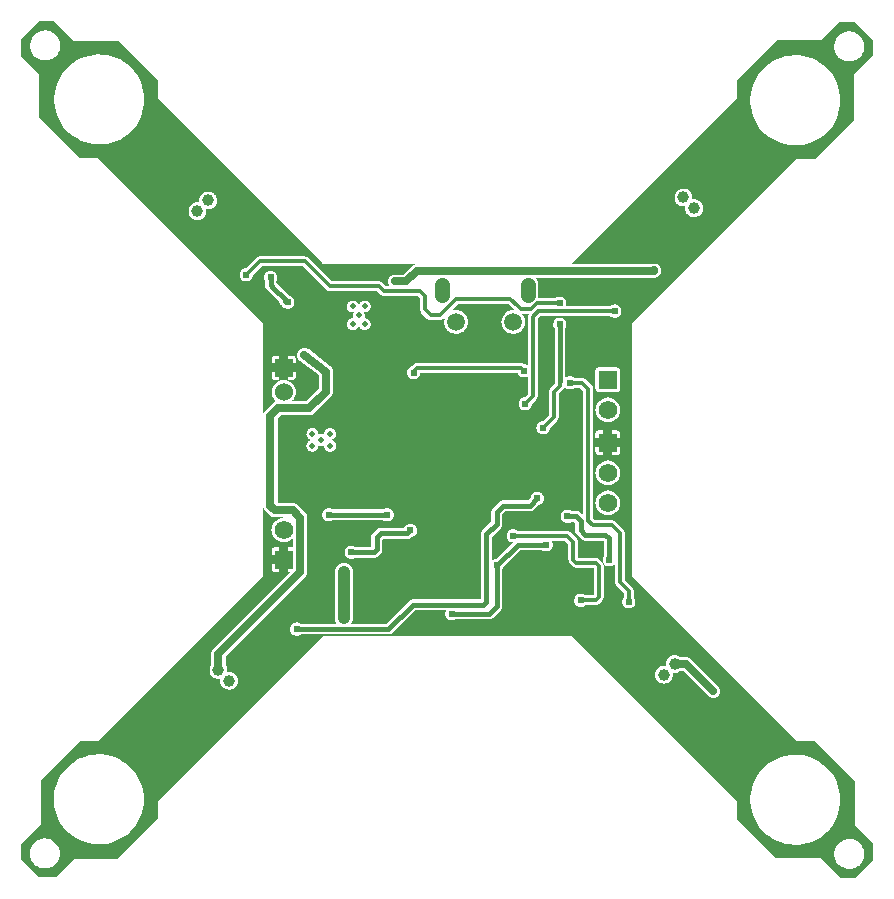
<source format=gbl>
G04 ---------------------------- Layer name :BOTTOM LAYER*
G04 EasyEDA v5.8.19, Tue, 23 Oct 2018 03:45:39 GMT*
G04 c271f884b48f468e9f27791542bbc0a4*
G04 Gerber Generator version 0.2*
G04 Scale: 100 percent, Rotated: No, Reflected: No *
G04 Dimensions in inches *
G04 leading zeros omitted , absolute positions ,2 integer and 4 decimal *
%FSLAX24Y24*%
%MOIN*%
G90*
G70D02*

%ADD11C,0.015000*%
%ADD12C,0.012000*%
%ADD13C,0.018000*%
%ADD14C,0.016000*%
%ADD15C,0.028000*%
%ADD18C,0.025000*%
%ADD20C,0.040000*%
%ADD23C,0.019700*%
%ADD24C,0.024400*%
%ADD45R,0.062000X0.062000*%
%ADD46C,0.062000*%
%ADD47C,0.039370*%
%ADD48C,0.059055*%
%ADD49C,0.060000*%
%ADD50R,0.060000X0.060000*%
%ADD51C,0.051181*%

%LPD*%
G36*
G01X27800Y0D02*
G01X27300Y0D01*
G01X26650Y650D01*
G01X25150Y650D01*
G01X23850Y1950D01*
G01X23850Y2563D01*
G01X18350Y8063D01*
G01X10050Y8063D01*
G01X4550Y2563D01*
G01X4550Y1963D01*
G01X3200Y613D01*
G01X1750Y613D01*
G01X1150Y13D01*
G01X600Y13D01*
G01X0Y613D01*
G01X0Y1113D01*
G01X650Y1763D01*
G01X650Y3263D01*
G01X1950Y4563D01*
G01X2550Y4563D01*
G01X8050Y10063D01*
G01X8050Y18480D01*
G01X3248Y23282D01*
G01X2536Y23994D01*
G01X1950Y23994D01*
G01X600Y25344D01*
G01X600Y26794D01*
G01X0Y27394D01*
G01X0Y27944D01*
G01X600Y28544D01*
G01X1100Y28544D01*
G01X1750Y27894D01*
G01X3250Y27894D01*
G01X4550Y26594D01*
G01X4550Y25980D01*
G01X10050Y20463D01*
G01X18335Y20463D01*
G01X23138Y25265D01*
G01X23850Y25978D01*
G01X23850Y26563D01*
G01X25200Y27913D01*
G01X26650Y27913D01*
G01X27250Y28513D01*
G01X27800Y28513D01*
G01X28400Y27913D01*
G01X28400Y27413D01*
G01X27750Y26763D01*
G01X27750Y25263D01*
G01X26450Y23963D01*
G01X25835Y23963D01*
G01X20350Y18484D01*
G01X20350Y10063D01*
G01X25151Y5261D01*
G01X25864Y4550D01*
G01X26450Y4550D01*
G01X27800Y3200D01*
G01X27800Y1750D01*
G01X28400Y1150D01*
G01X28400Y600D01*
G01X27800Y0D01*
G37*

%LPC*%
G36*
G01X27537Y296D02*
G01X27587Y293D01*
G01X27637Y294D01*
G01X27686Y300D01*
G01X27735Y311D01*
G01X27783Y327D01*
G01X27828Y348D01*
G01X27871Y373D01*
G01X27912Y402D01*
G01X27949Y435D01*
G01X27983Y471D01*
G01X28013Y511D01*
G01X28039Y554D01*
G01X28061Y599D01*
G01X28078Y646D01*
G01X28091Y694D01*
G01X28098Y744D01*
G01X28101Y794D01*
G01X28098Y843D01*
G01X28091Y893D01*
G01X28078Y941D01*
G01X28061Y988D01*
G01X28039Y1033D01*
G01X28013Y1076D01*
G01X27983Y1116D01*
G01X27949Y1152D01*
G01X27912Y1185D01*
G01X27871Y1214D01*
G01X27828Y1239D01*
G01X27783Y1260D01*
G01X27735Y1276D01*
G01X27686Y1287D01*
G01X27637Y1293D01*
G01X27587Y1294D01*
G01X27537Y1291D01*
G01X27488Y1282D01*
G01X27440Y1268D01*
G01X27393Y1250D01*
G01X27349Y1227D01*
G01X27307Y1200D01*
G01X27268Y1169D01*
G01X27232Y1134D01*
G01X27200Y1096D01*
G01X27172Y1055D01*
G01X27148Y1011D01*
G01X27129Y965D01*
G01X27114Y917D01*
G01X27104Y868D01*
G01X27099Y818D01*
G01X27099Y769D01*
G01X27104Y719D01*
G01X27114Y670D01*
G01X27129Y622D01*
G01X27148Y576D01*
G01X27172Y532D01*
G01X27200Y491D01*
G01X27232Y453D01*
G01X27268Y418D01*
G01X27307Y387D01*
G01X27349Y360D01*
G01X27393Y337D01*
G01X27440Y319D01*
G01X27488Y305D01*
G01X27537Y296D01*
G37*
G36*
G01X723Y310D02*
G01X773Y307D01*
G01X823Y308D01*
G01X873Y314D01*
G01X921Y325D01*
G01X969Y341D01*
G01X1014Y362D01*
G01X1057Y387D01*
G01X1098Y416D01*
G01X1135Y449D01*
G01X1169Y485D01*
G01X1199Y525D01*
G01X1225Y568D01*
G01X1247Y613D01*
G01X1264Y660D01*
G01X1277Y708D01*
G01X1284Y758D01*
G01X1286Y807D01*
G01X1284Y857D01*
G01X1277Y907D01*
G01X1264Y955D01*
G01X1247Y1002D01*
G01X1225Y1047D01*
G01X1199Y1090D01*
G01X1169Y1130D01*
G01X1135Y1166D01*
G01X1098Y1199D01*
G01X1057Y1228D01*
G01X1014Y1253D01*
G01X969Y1274D01*
G01X921Y1290D01*
G01X873Y1301D01*
G01X823Y1307D01*
G01X773Y1308D01*
G01X723Y1305D01*
G01X674Y1296D01*
G01X626Y1282D01*
G01X579Y1264D01*
G01X535Y1241D01*
G01X493Y1214D01*
G01X454Y1183D01*
G01X418Y1148D01*
G01X386Y1110D01*
G01X358Y1069D01*
G01X334Y1025D01*
G01X315Y979D01*
G01X300Y931D01*
G01X290Y882D01*
G01X285Y832D01*
G01X285Y783D01*
G01X290Y733D01*
G01X300Y684D01*
G01X315Y636D01*
G01X334Y590D01*
G01X358Y546D01*
G01X386Y505D01*
G01X418Y467D01*
G01X454Y432D01*
G01X493Y401D01*
G01X535Y374D01*
G01X579Y351D01*
G01X626Y333D01*
G01X674Y319D01*
G01X723Y310D01*
G37*
G36*
G01X25613Y1104D02*
G01X25762Y1093D01*
G01X25912Y1097D01*
G01X26060Y1115D01*
G01X26206Y1149D01*
G01X26348Y1196D01*
G01X26484Y1258D01*
G01X26614Y1333D01*
G01X26735Y1420D01*
G01X26848Y1519D01*
G01X26949Y1629D01*
G01X27040Y1748D01*
G01X27118Y1876D01*
G01X27183Y2010D01*
G01X27234Y2151D01*
G01X27271Y2296D01*
G01X27293Y2444D01*
G01X27301Y2594D01*
G01X27293Y2743D01*
G01X27271Y2891D01*
G01X27234Y3036D01*
G01X27183Y3177D01*
G01X27118Y3311D01*
G01X27040Y3439D01*
G01X26949Y3558D01*
G01X26848Y3668D01*
G01X26735Y3767D01*
G01X26614Y3854D01*
G01X26484Y3929D01*
G01X26348Y3991D01*
G01X26206Y4038D01*
G01X26060Y4072D01*
G01X25912Y4090D01*
G01X25762Y4094D01*
G01X25613Y4083D01*
G01X25465Y4057D01*
G01X25321Y4016D01*
G01X25182Y3962D01*
G01X25049Y3893D01*
G01X24923Y3812D01*
G01X24806Y3719D01*
G01X24699Y3614D01*
G01X24603Y3500D01*
G01X24519Y3376D01*
G01X24447Y3245D01*
G01X24389Y3107D01*
G01X24345Y2964D01*
G01X24315Y2817D01*
G01X24300Y2668D01*
G01X24300Y2519D01*
G01X24315Y2370D01*
G01X24345Y2223D01*
G01X24389Y2080D01*
G01X24447Y1942D01*
G01X24519Y1811D01*
G01X24603Y1687D01*
G01X24699Y1573D01*
G01X24806Y1468D01*
G01X24923Y1375D01*
G01X25049Y1294D01*
G01X25182Y1225D01*
G01X25321Y1171D01*
G01X25465Y1130D01*
G01X25613Y1104D01*
G37*
G36*
G01X2399Y1118D02*
G01X2548Y1107D01*
G01X2698Y1111D01*
G01X2846Y1129D01*
G01X2992Y1163D01*
G01X3134Y1210D01*
G01X3270Y1272D01*
G01X3400Y1347D01*
G01X3521Y1434D01*
G01X3634Y1533D01*
G01X3735Y1643D01*
G01X3826Y1762D01*
G01X3904Y1890D01*
G01X3969Y2024D01*
G01X4020Y2165D01*
G01X4057Y2310D01*
G01X4079Y2458D01*
G01X4086Y2607D01*
G01X4079Y2757D01*
G01X4057Y2905D01*
G01X4020Y3050D01*
G01X3969Y3191D01*
G01X3904Y3325D01*
G01X3826Y3453D01*
G01X3735Y3572D01*
G01X3634Y3682D01*
G01X3521Y3781D01*
G01X3400Y3868D01*
G01X3270Y3943D01*
G01X3134Y4005D01*
G01X2992Y4052D01*
G01X2846Y4086D01*
G01X2698Y4104D01*
G01X2548Y4108D01*
G01X2399Y4097D01*
G01X2251Y4071D01*
G01X2107Y4030D01*
G01X1968Y3976D01*
G01X1835Y3907D01*
G01X1709Y3826D01*
G01X1592Y3733D01*
G01X1485Y3628D01*
G01X1389Y3514D01*
G01X1305Y3390D01*
G01X1233Y3259D01*
G01X1175Y3121D01*
G01X1131Y2978D01*
G01X1101Y2831D01*
G01X1086Y2682D01*
G01X1086Y2533D01*
G01X1101Y2384D01*
G01X1131Y2237D01*
G01X1175Y2094D01*
G01X1233Y1956D01*
G01X1305Y1825D01*
G01X1389Y1701D01*
G01X1485Y1587D01*
G01X1592Y1482D01*
G01X1709Y1389D01*
G01X1835Y1308D01*
G01X1968Y1239D01*
G01X2107Y1185D01*
G01X2251Y1144D01*
G01X2399Y1118D01*
G37*
G36*
G01X23061Y5989D02*
G01X23072Y5989D01*
G01X23084Y5989D01*
G01X23095Y5990D01*
G01X23106Y5991D01*
G01X23117Y5994D01*
G01X23128Y5996D01*
G01X23139Y5999D01*
G01X23149Y6003D01*
G01X23159Y6007D01*
G01X23170Y6012D01*
G01X23180Y6017D01*
G01X23189Y6023D01*
G01X23199Y6029D01*
G01X23208Y6036D01*
G01X23216Y6043D01*
G01X23225Y6050D01*
G01X23233Y6058D01*
G01X23240Y6067D01*
G01X23247Y6075D01*
G01X23254Y6084D01*
G01X23260Y6094D01*
G01X23266Y6103D01*
G01X23271Y6113D01*
G01X23276Y6124D01*
G01X23280Y6134D01*
G01X23284Y6145D01*
G01X23287Y6155D01*
G01X23289Y6166D01*
G01X23292Y6177D01*
G01X23293Y6188D01*
G01X23294Y6199D01*
G01X23294Y6211D01*
G01X23294Y6222D01*
G01X23294Y6233D01*
G01X23292Y6244D01*
G01X23291Y6255D01*
G01X23288Y6266D01*
G01X23285Y6277D01*
G01X23282Y6288D01*
G01X23278Y6298D01*
G01X23273Y6309D01*
G01X23268Y6319D01*
G01X23263Y6328D01*
G01X23257Y6338D01*
G01X23251Y6347D01*
G01X23244Y6356D01*
G01X23236Y6364D01*
G01X23229Y6373D01*
G01X22321Y7281D01*
G01X22316Y7285D01*
G01X22311Y7289D01*
G01X22307Y7293D01*
G01X22302Y7297D01*
G01X22297Y7301D01*
G01X22292Y7305D01*
G01X22286Y7309D01*
G01X22281Y7312D01*
G01X22276Y7315D01*
G01X22270Y7318D01*
G01X22265Y7321D01*
G01X22259Y7324D01*
G01X22253Y7327D01*
G01X22248Y7329D01*
G01X22242Y7332D01*
G01X22236Y7334D01*
G01X22230Y7336D01*
G01X22224Y7338D01*
G01X22218Y7339D01*
G01X22212Y7341D01*
G01X22205Y7342D01*
G01X22199Y7343D01*
G01X22193Y7344D01*
G01X22187Y7345D01*
G01X22180Y7346D01*
G01X22174Y7346D01*
G01X22168Y7346D01*
G01X22161Y7347D01*
G01X21972Y7347D01*
G01X21963Y7354D01*
G01X21939Y7372D01*
G01X21913Y7387D01*
G01X21886Y7399D01*
G01X21858Y7408D01*
G01X21829Y7415D01*
G01X21800Y7419D01*
G01X21770Y7419D01*
G01X21740Y7417D01*
G01X21711Y7412D01*
G01X21683Y7404D01*
G01X21655Y7393D01*
G01X21629Y7379D01*
G01X21604Y7363D01*
G01X21580Y7345D01*
G01X21559Y7324D01*
G01X21540Y7301D01*
G01X21523Y7277D01*
G01X21509Y7251D01*
G01X21498Y7223D01*
G01X21489Y7195D01*
G01X21483Y7166D01*
G01X21480Y7136D01*
G01X21480Y7107D01*
G01X21483Y7077D01*
G01X21487Y7056D01*
G01X21473Y7059D01*
G01X21444Y7063D01*
G01X21414Y7063D01*
G01X21384Y7061D01*
G01X21355Y7056D01*
G01X21327Y7048D01*
G01X21299Y7037D01*
G01X21273Y7023D01*
G01X21248Y7007D01*
G01X21224Y6989D01*
G01X21203Y6968D01*
G01X21184Y6945D01*
G01X21167Y6921D01*
G01X21153Y6895D01*
G01X21142Y6867D01*
G01X21133Y6839D01*
G01X21127Y6810D01*
G01X21124Y6780D01*
G01X21124Y6751D01*
G01X21127Y6721D01*
G01X21133Y6692D01*
G01X21142Y6664D01*
G01X21153Y6636D01*
G01X21167Y6610D01*
G01X21184Y6586D01*
G01X21203Y6563D01*
G01X21224Y6542D01*
G01X21248Y6524D01*
G01X21273Y6508D01*
G01X21299Y6494D01*
G01X21327Y6483D01*
G01X21355Y6475D01*
G01X21384Y6470D01*
G01X21414Y6468D01*
G01X21444Y6468D01*
G01X21473Y6472D01*
G01X21502Y6479D01*
G01X21530Y6488D01*
G01X21557Y6500D01*
G01X21583Y6515D01*
G01X21607Y6533D01*
G01X21629Y6552D01*
G01X21650Y6574D01*
G01X21668Y6598D01*
G01X21683Y6623D01*
G01X21696Y6650D01*
G01X21706Y6678D01*
G01X21713Y6706D01*
G01X21718Y6736D01*
G01X21719Y6765D01*
G01X21718Y6795D01*
G01X21713Y6825D01*
G01X21712Y6831D01*
G01X21740Y6826D01*
G01X21770Y6824D01*
G01X21800Y6824D01*
G01X21829Y6828D01*
G01X21858Y6835D01*
G01X21886Y6844D01*
G01X21913Y6856D01*
G01X21939Y6871D01*
G01X21963Y6889D01*
G01X21972Y6897D01*
G01X22068Y6897D01*
G01X22910Y6054D01*
G01X22919Y6047D01*
G01X22927Y6039D01*
G01X22936Y6032D01*
G01X22945Y6026D01*
G01X22955Y6020D01*
G01X22964Y6015D01*
G01X22974Y6010D01*
G01X22985Y6005D01*
G01X22995Y6001D01*
G01X23006Y5998D01*
G01X23017Y5995D01*
G01X23028Y5992D01*
G01X23039Y5991D01*
G01X23050Y5989D01*
G01X23061Y5989D01*
G37*
G36*
G01X6890Y6270D02*
G01X6920Y6268D01*
G01X6950Y6268D01*
G01X6979Y6272D01*
G01X7008Y6279D01*
G01X7036Y6288D01*
G01X7063Y6300D01*
G01X7089Y6315D01*
G01X7113Y6333D01*
G01X7135Y6352D01*
G01X7156Y6374D01*
G01X7174Y6398D01*
G01X7189Y6423D01*
G01X7202Y6450D01*
G01X7212Y6478D01*
G01X7219Y6506D01*
G01X7224Y6536D01*
G01X7225Y6565D01*
G01X7224Y6595D01*
G01X7219Y6625D01*
G01X7212Y6653D01*
G01X7202Y6681D01*
G01X7189Y6708D01*
G01X7174Y6733D01*
G01X7156Y6757D01*
G01X7135Y6779D01*
G01X7113Y6798D01*
G01X7089Y6816D01*
G01X7063Y6831D01*
G01X7036Y6843D01*
G01X7008Y6852D01*
G01X6979Y6859D01*
G01X6950Y6863D01*
G01X6920Y6863D01*
G01X6890Y6861D01*
G01X6862Y6856D01*
G01X6863Y6862D01*
G01X6868Y6892D01*
G01X6869Y6922D01*
G01X6868Y6951D01*
G01X6863Y6981D01*
G01X6856Y7009D01*
G01X6846Y7037D01*
G01X6833Y7064D01*
G01X6818Y7089D01*
G01X6811Y7097D01*
G01X6811Y7366D01*
G01X9469Y10024D01*
G01X9474Y10028D01*
G01X9478Y10033D01*
G01X9482Y10038D01*
G01X9487Y10043D01*
G01X9491Y10048D01*
G01X9494Y10053D01*
G01X9498Y10059D01*
G01X9502Y10064D01*
G01X9505Y10070D01*
G01X9508Y10075D01*
G01X9512Y10081D01*
G01X9515Y10087D01*
G01X9517Y10093D01*
G01X9520Y10099D01*
G01X9522Y10105D01*
G01X9525Y10111D01*
G01X9527Y10117D01*
G01X9529Y10123D01*
G01X9531Y10129D01*
G01X9532Y10136D01*
G01X9534Y10142D01*
G01X9535Y10148D01*
G01X9536Y10155D01*
G01X9537Y10161D01*
G01X9538Y10168D01*
G01X9539Y10174D01*
G01X9539Y10181D01*
G01X9539Y10187D01*
G01X9539Y10194D01*
G01X9539Y11994D01*
G01X9539Y12000D01*
G01X9539Y12006D01*
G01X9539Y12013D01*
G01X9538Y12019D01*
G01X9537Y12026D01*
G01X9536Y12032D01*
G01X9535Y12039D01*
G01X9534Y12045D01*
G01X9532Y12051D01*
G01X9531Y12058D01*
G01X9529Y12064D01*
G01X9527Y12070D01*
G01X9525Y12076D01*
G01X9522Y12082D01*
G01X9520Y12088D01*
G01X9517Y12094D01*
G01X9515Y12100D01*
G01X9512Y12106D01*
G01X9508Y12112D01*
G01X9505Y12117D01*
G01X9502Y12123D01*
G01X9498Y12128D01*
G01X9494Y12134D01*
G01X9491Y12139D01*
G01X9487Y12144D01*
G01X9482Y12149D01*
G01X9478Y12154D01*
G01X9474Y12159D01*
G01X9469Y12163D01*
G01X9219Y12413D01*
G01X9215Y12418D01*
G01X9210Y12422D01*
G01X9205Y12426D01*
G01X9200Y12431D01*
G01X9195Y12435D01*
G01X9190Y12438D01*
G01X9184Y12442D01*
G01X9179Y12446D01*
G01X9173Y12449D01*
G01X9168Y12452D01*
G01X9162Y12456D01*
G01X9156Y12459D01*
G01X9150Y12461D01*
G01X9144Y12464D01*
G01X9138Y12466D01*
G01X9132Y12469D01*
G01X9126Y12471D01*
G01X9120Y12473D01*
G01X9114Y12475D01*
G01X9107Y12476D01*
G01X9101Y12478D01*
G01X9095Y12479D01*
G01X9088Y12480D01*
G01X9082Y12481D01*
G01X9075Y12482D01*
G01X9069Y12483D01*
G01X9062Y12483D01*
G01X9056Y12483D01*
G01X9050Y12484D01*
G01X8549Y12484D01*
G01X8540Y12493D01*
G01X8540Y15294D01*
G01X8649Y15403D01*
G01X9600Y15403D01*
G01X9606Y15404D01*
G01X9612Y15404D01*
G01X9619Y15404D01*
G01X9625Y15405D01*
G01X9632Y15406D01*
G01X9638Y15407D01*
G01X9645Y15408D01*
G01X9651Y15409D01*
G01X9657Y15411D01*
G01X9664Y15412D01*
G01X9670Y15414D01*
G01X9676Y15416D01*
G01X9682Y15418D01*
G01X9688Y15421D01*
G01X9694Y15423D01*
G01X9700Y15426D01*
G01X9706Y15428D01*
G01X9712Y15431D01*
G01X9718Y15435D01*
G01X9723Y15438D01*
G01X9729Y15441D01*
G01X9734Y15445D01*
G01X9740Y15449D01*
G01X9745Y15452D01*
G01X9750Y15456D01*
G01X9755Y15461D01*
G01X9760Y15465D01*
G01X9765Y15469D01*
G01X9769Y15474D01*
G01X10319Y16024D01*
G01X10324Y16028D01*
G01X10328Y16033D01*
G01X10332Y16038D01*
G01X10337Y16043D01*
G01X10341Y16048D01*
G01X10344Y16053D01*
G01X10348Y16059D01*
G01X10352Y16064D01*
G01X10355Y16070D01*
G01X10358Y16075D01*
G01X10362Y16081D01*
G01X10365Y16087D01*
G01X10367Y16093D01*
G01X10370Y16099D01*
G01X10372Y16105D01*
G01X10375Y16111D01*
G01X10377Y16117D01*
G01X10379Y16123D01*
G01X10381Y16129D01*
G01X10382Y16136D01*
G01X10384Y16142D01*
G01X10385Y16148D01*
G01X10386Y16155D01*
G01X10387Y16161D01*
G01X10388Y16168D01*
G01X10389Y16174D01*
G01X10389Y16181D01*
G01X10389Y16187D01*
G01X10389Y16194D01*
G01X10389Y16867D01*
G01X10389Y16874D01*
G01X10389Y16881D01*
G01X10389Y16887D01*
G01X10388Y16893D01*
G01X10387Y16900D01*
G01X10386Y16906D01*
G01X10385Y16913D01*
G01X10384Y16919D01*
G01X10382Y16925D01*
G01X10381Y16932D01*
G01X10379Y16938D01*
G01X10377Y16944D01*
G01X10375Y16950D01*
G01X10372Y16956D01*
G01X10370Y16962D01*
G01X10367Y16968D01*
G01X10364Y16974D01*
G01X10361Y16980D01*
G01X10358Y16986D01*
G01X10355Y16991D01*
G01X10352Y16997D01*
G01X10348Y17002D01*
G01X10344Y17008D01*
G01X10340Y17013D01*
G01X10336Y17018D01*
G01X10332Y17023D01*
G01X10328Y17028D01*
G01X10324Y17033D01*
G01X10319Y17037D01*
G01X10314Y17042D01*
G01X10310Y17046D01*
G01X10305Y17051D01*
G01X10300Y17055D01*
G01X10295Y17059D01*
G01X9575Y17605D01*
G01X9565Y17612D01*
G01X9555Y17618D01*
G01X9544Y17624D01*
G01X9534Y17630D01*
G01X9523Y17635D01*
G01X9512Y17639D01*
G01X9500Y17643D01*
G01X9489Y17646D01*
G01X9477Y17649D01*
G01X9465Y17651D01*
G01X9454Y17652D01*
G01X9442Y17653D01*
G01X9430Y17653D01*
G01X9418Y17653D01*
G01X9406Y17652D01*
G01X9394Y17651D01*
G01X9382Y17649D01*
G01X9370Y17646D01*
G01X9359Y17643D01*
G01X9348Y17639D01*
G01X9336Y17635D01*
G01X9325Y17630D01*
G01X9315Y17624D01*
G01X9304Y17618D01*
G01X9294Y17612D01*
G01X9285Y17605D01*
G01X9275Y17597D01*
G01X9266Y17590D01*
G01X9258Y17581D01*
G01X9250Y17572D01*
G01X9242Y17563D01*
G01X9235Y17554D01*
G01X9228Y17544D01*
G01X9222Y17534D01*
G01X9216Y17523D01*
G01X9211Y17512D01*
G01X9206Y17501D01*
G01X9202Y17490D01*
G01X9199Y17479D01*
G01X9196Y17467D01*
G01X9193Y17455D01*
G01X9191Y17443D01*
G01X9190Y17432D01*
G01X9190Y17420D01*
G01X9190Y17408D01*
G01X9190Y17396D01*
G01X9191Y17384D01*
G01X9193Y17372D01*
G01X9195Y17360D01*
G01X9198Y17349D01*
G01X9202Y17337D01*
G01X9206Y17326D01*
G01X9211Y17315D01*
G01X9216Y17304D01*
G01X9222Y17294D01*
G01X9228Y17283D01*
G01X9235Y17274D01*
G01X9242Y17264D01*
G01X9249Y17255D01*
G01X9258Y17246D01*
G01X9266Y17238D01*
G01X9275Y17230D01*
G01X9284Y17222D01*
G01X9910Y16748D01*
G01X9910Y16293D01*
G01X9500Y15884D01*
G01X9003Y15884D01*
G01X9029Y15906D01*
G01X9057Y15936D01*
G01X9081Y15968D01*
G01X9102Y16002D01*
G01X9119Y16038D01*
G01X9133Y16075D01*
G01X9143Y16114D01*
G01X9149Y16154D01*
G01X9151Y16194D01*
G01X9149Y16233D01*
G01X9143Y16273D01*
G01X9133Y16312D01*
G01X9119Y16349D01*
G01X9102Y16385D01*
G01X9081Y16419D01*
G01X9057Y16451D01*
G01X9029Y16481D01*
G01X9000Y16507D01*
G01X8967Y16530D01*
G01X8932Y16550D01*
G01X8896Y16567D01*
G01X8858Y16580D01*
G01X8819Y16588D01*
G01X8779Y16593D01*
G01X8740Y16594D01*
G01X8700Y16591D01*
G01X8660Y16584D01*
G01X8622Y16574D01*
G01X8585Y16559D01*
G01X8549Y16541D01*
G01X8515Y16519D01*
G01X8484Y16494D01*
G01X8456Y16466D01*
G01X8430Y16436D01*
G01X8407Y16403D01*
G01X8388Y16367D01*
G01X8373Y16331D01*
G01X8361Y16292D01*
G01X8353Y16253D01*
G01X8349Y16213D01*
G01X8349Y16174D01*
G01X8353Y16134D01*
G01X8361Y16095D01*
G01X8373Y16056D01*
G01X8388Y16020D01*
G01X8407Y15984D01*
G01X8430Y15951D01*
G01X8456Y15921D01*
G01X8484Y15893D01*
G01X8502Y15879D01*
G01X8498Y15878D01*
G01X8492Y15876D01*
G01X8485Y15875D01*
G01X8479Y15873D01*
G01X8473Y15871D01*
G01X8467Y15869D01*
G01X8461Y15866D01*
G01X8455Y15864D01*
G01X8449Y15861D01*
G01X8443Y15859D01*
G01X8437Y15856D01*
G01X8431Y15852D01*
G01X8426Y15849D01*
G01X8420Y15846D01*
G01X8415Y15842D01*
G01X8409Y15838D01*
G01X8404Y15835D01*
G01X8399Y15831D01*
G01X8394Y15826D01*
G01X8389Y15822D01*
G01X8384Y15818D01*
G01X8380Y15813D01*
G01X8130Y15563D01*
G01X8125Y15559D01*
G01X8121Y15554D01*
G01X8117Y15549D01*
G01X8112Y15544D01*
G01X8108Y15539D01*
G01X8105Y15534D01*
G01X8101Y15528D01*
G01X8097Y15523D01*
G01X8094Y15517D01*
G01X8091Y15512D01*
G01X8087Y15506D01*
G01X8084Y15500D01*
G01X8082Y15494D01*
G01X8079Y15488D01*
G01X8077Y15482D01*
G01X8074Y15476D01*
G01X8072Y15470D01*
G01X8070Y15464D01*
G01X8068Y15458D01*
G01X8067Y15451D01*
G01X8065Y15445D01*
G01X8064Y15439D01*
G01X8063Y15432D01*
G01X8062Y15426D01*
G01X8061Y15419D01*
G01X8060Y15413D01*
G01X8060Y15406D01*
G01X8060Y15400D01*
G01X8059Y15394D01*
G01X8059Y12394D01*
G01X8060Y12387D01*
G01X8060Y12381D01*
G01X8060Y12374D01*
G01X8061Y12368D01*
G01X8062Y12361D01*
G01X8063Y12355D01*
G01X8064Y12348D01*
G01X8065Y12342D01*
G01X8067Y12336D01*
G01X8068Y12329D01*
G01X8070Y12323D01*
G01X8072Y12317D01*
G01X8074Y12311D01*
G01X8077Y12305D01*
G01X8079Y12299D01*
G01X8082Y12293D01*
G01X8084Y12287D01*
G01X8087Y12281D01*
G01X8091Y12275D01*
G01X8094Y12270D01*
G01X8097Y12264D01*
G01X8101Y12259D01*
G01X8105Y12253D01*
G01X8108Y12248D01*
G01X8112Y12243D01*
G01X8117Y12238D01*
G01X8121Y12233D01*
G01X8125Y12228D01*
G01X8130Y12224D01*
G01X8280Y12074D01*
G01X8284Y12069D01*
G01X8289Y12065D01*
G01X8294Y12061D01*
G01X8299Y12056D01*
G01X8304Y12052D01*
G01X8309Y12049D01*
G01X8315Y12045D01*
G01X8320Y12041D01*
G01X8326Y12038D01*
G01X8331Y12035D01*
G01X8337Y12031D01*
G01X8343Y12028D01*
G01X8349Y12026D01*
G01X8355Y12023D01*
G01X8361Y12021D01*
G01X8367Y12018D01*
G01X8373Y12016D01*
G01X8379Y12014D01*
G01X8385Y12012D01*
G01X8392Y12011D01*
G01X8398Y12009D01*
G01X8404Y12008D01*
G01X8411Y12007D01*
G01X8417Y12006D01*
G01X8424Y12005D01*
G01X8430Y12004D01*
G01X8437Y12004D01*
G01X8443Y12004D01*
G01X8450Y12003D01*
G01X8728Y12003D01*
G01X8698Y12001D01*
G01X8658Y11994D01*
G01X8619Y11983D01*
G01X8580Y11968D01*
G01X8544Y11949D01*
G01X8510Y11927D01*
G01X8478Y11902D01*
G01X8448Y11873D01*
G01X8422Y11842D01*
G01X8399Y11808D01*
G01X8379Y11772D01*
G01X8363Y11734D01*
G01X8351Y11695D01*
G01X8343Y11655D01*
G01X8339Y11614D01*
G01X8339Y11573D01*
G01X8343Y11532D01*
G01X8351Y11492D01*
G01X8363Y11453D01*
G01X8379Y11415D01*
G01X8399Y11379D01*
G01X8422Y11345D01*
G01X8448Y11314D01*
G01X8478Y11285D01*
G01X8510Y11260D01*
G01X8544Y11238D01*
G01X8580Y11219D01*
G01X8619Y11204D01*
G01X8658Y11193D01*
G01X8698Y11186D01*
G01X8739Y11183D01*
G01X8780Y11184D01*
G01X8821Y11189D01*
G01X8861Y11198D01*
G01X8900Y11211D01*
G01X8937Y11228D01*
G01X8972Y11248D01*
G01X9006Y11272D01*
G01X9036Y11299D01*
G01X9059Y11324D01*
G01X9059Y11003D01*
G01X8905Y11003D01*
G01X8905Y10749D01*
G01X9059Y10749D01*
G01X9059Y10438D01*
G01X8905Y10438D01*
G01X8905Y10184D01*
G01X8950Y10184D01*
G01X6402Y7635D01*
G01X6397Y7631D01*
G01X6393Y7626D01*
G01X6389Y7621D01*
G01X6384Y7616D01*
G01X6380Y7611D01*
G01X6377Y7606D01*
G01X6373Y7600D01*
G01X6369Y7595D01*
G01X6366Y7589D01*
G01X6363Y7584D01*
G01X6359Y7578D01*
G01X6356Y7572D01*
G01X6354Y7566D01*
G01X6351Y7560D01*
G01X6349Y7554D01*
G01X6346Y7548D01*
G01X6344Y7542D01*
G01X6342Y7536D01*
G01X6340Y7530D01*
G01X6339Y7523D01*
G01X6337Y7517D01*
G01X6336Y7511D01*
G01X6335Y7504D01*
G01X6334Y7498D01*
G01X6333Y7491D01*
G01X6332Y7485D01*
G01X6332Y7478D01*
G01X6332Y7472D01*
G01X6332Y7465D01*
G01X6332Y7098D01*
G01X6317Y7077D01*
G01X6303Y7051D01*
G01X6292Y7023D01*
G01X6283Y6995D01*
G01X6277Y6966D01*
G01X6274Y6936D01*
G01X6274Y6907D01*
G01X6277Y6877D01*
G01X6283Y6848D01*
G01X6292Y6820D01*
G01X6303Y6792D01*
G01X6317Y6766D01*
G01X6334Y6742D01*
G01X6353Y6719D01*
G01X6374Y6698D01*
G01X6398Y6680D01*
G01X6423Y6664D01*
G01X6449Y6650D01*
G01X6477Y6639D01*
G01X6505Y6631D01*
G01X6534Y6626D01*
G01X6564Y6624D01*
G01X6594Y6624D01*
G01X6623Y6628D01*
G01X6637Y6631D01*
G01X6633Y6610D01*
G01X6630Y6580D01*
G01X6630Y6551D01*
G01X6633Y6521D01*
G01X6639Y6492D01*
G01X6648Y6464D01*
G01X6659Y6436D01*
G01X6673Y6410D01*
G01X6690Y6386D01*
G01X6709Y6363D01*
G01X6730Y6342D01*
G01X6754Y6324D01*
G01X6779Y6308D01*
G01X6805Y6294D01*
G01X6833Y6283D01*
G01X6861Y6275D01*
G01X6890Y6270D01*
G37*
G36*
G01X9152Y8062D02*
G01X9174Y8061D01*
G01X9196Y8061D01*
G01X9218Y8064D01*
G01X9240Y8069D01*
G01X9261Y8076D01*
G01X9281Y8085D01*
G01X9300Y8096D01*
G01X9311Y8103D01*
G01X12239Y8103D01*
G01X12245Y8104D01*
G01X12251Y8104D01*
G01X12256Y8104D01*
G01X12262Y8105D01*
G01X12268Y8106D01*
G01X12273Y8107D01*
G01X12279Y8108D01*
G01X12284Y8109D01*
G01X12290Y8111D01*
G01X12295Y8112D01*
G01X12300Y8114D01*
G01X12306Y8116D01*
G01X12311Y8118D01*
G01X12316Y8121D01*
G01X12321Y8123D01*
G01X12326Y8126D01*
G01X12331Y8129D01*
G01X12336Y8132D01*
G01X12341Y8135D01*
G01X12345Y8138D01*
G01X12350Y8141D01*
G01X12354Y8145D01*
G01X12359Y8148D01*
G01X12363Y8152D01*
G01X12367Y8156D01*
G01X13124Y8913D01*
G01X14162Y8913D01*
G01X14159Y8910D01*
G01X14149Y8890D01*
G01X14140Y8870D01*
G01X14133Y8849D01*
G01X14129Y8827D01*
G01X14127Y8805D01*
G01X14127Y8782D01*
G01X14129Y8760D01*
G01X14133Y8738D01*
G01X14140Y8717D01*
G01X14149Y8697D01*
G01X14159Y8677D01*
G01X14172Y8659D01*
G01X14186Y8642D01*
G01X14202Y8626D01*
G01X14219Y8612D01*
G01X14238Y8600D01*
G01X14258Y8590D01*
G01X14278Y8582D01*
G01X14300Y8576D01*
G01X14322Y8572D01*
G01X14344Y8571D01*
G01X14366Y8571D01*
G01X14388Y8574D01*
G01X14410Y8579D01*
G01X14431Y8586D01*
G01X14451Y8595D01*
G01X14470Y8606D01*
G01X14481Y8613D01*
G01X15600Y8613D01*
G01X15605Y8614D01*
G01X15611Y8614D01*
G01X15616Y8614D01*
G01X15622Y8615D01*
G01X15628Y8616D01*
G01X15633Y8617D01*
G01X15639Y8618D01*
G01X15644Y8619D01*
G01X15650Y8621D01*
G01X15655Y8622D01*
G01X15660Y8624D01*
G01X15666Y8626D01*
G01X15671Y8628D01*
G01X15676Y8631D01*
G01X15681Y8633D01*
G01X15686Y8636D01*
G01X15691Y8639D01*
G01X15696Y8642D01*
G01X15701Y8645D01*
G01X15705Y8648D01*
G01X15710Y8651D01*
G01X15714Y8655D01*
G01X15719Y8658D01*
G01X15723Y8662D01*
G01X15727Y8666D01*
G01X15987Y8926D01*
G01X15991Y8930D01*
G01X15995Y8934D01*
G01X15998Y8939D01*
G01X16002Y8943D01*
G01X16005Y8948D01*
G01X16008Y8952D01*
G01X16011Y8957D01*
G01X16014Y8962D01*
G01X16017Y8967D01*
G01X16020Y8972D01*
G01X16022Y8977D01*
G01X16025Y8982D01*
G01X16027Y8987D01*
G01X16029Y8993D01*
G01X16031Y8998D01*
G01X16032Y9003D01*
G01X16034Y9009D01*
G01X16035Y9014D01*
G01X16036Y9020D01*
G01X16037Y9025D01*
G01X16038Y9031D01*
G01X16039Y9037D01*
G01X16039Y9042D01*
G01X16039Y9048D01*
G01X16039Y9053D01*
G01X16039Y10272D01*
G01X16044Y10278D01*
G01X16055Y10297D01*
G01X16065Y10317D01*
G01X16073Y10338D01*
G01X16078Y10359D01*
G01X16080Y10369D01*
G01X16624Y10913D01*
G01X17368Y10913D01*
G01X17369Y10912D01*
G01X17388Y10900D01*
G01X17408Y10890D01*
G01X17428Y10882D01*
G01X17450Y10876D01*
G01X17472Y10872D01*
G01X17494Y10871D01*
G01X17516Y10871D01*
G01X17538Y10874D01*
G01X17560Y10879D01*
G01X17581Y10886D01*
G01X17601Y10895D01*
G01X17620Y10906D01*
G01X17639Y10919D01*
G01X17655Y10934D01*
G01X17670Y10950D01*
G01X17684Y10968D01*
G01X17695Y10987D01*
G01X17705Y11007D01*
G01X17713Y11028D01*
G01X17718Y11049D01*
G01X17721Y11071D01*
G01X17722Y11094D01*
G01X17721Y11116D01*
G01X17718Y11138D01*
G01X17713Y11159D01*
G01X17705Y11180D01*
G01X17695Y11200D01*
G01X17684Y11219D01*
G01X17673Y11234D01*
G01X18133Y11234D01*
G01X18239Y11127D01*
G01X18239Y10594D01*
G01X18240Y10588D01*
G01X18240Y10583D01*
G01X18240Y10577D01*
G01X18241Y10572D01*
G01X18242Y10566D01*
G01X18243Y10561D01*
G01X18244Y10556D01*
G01X18245Y10550D01*
G01X18247Y10545D01*
G01X18249Y10540D01*
G01X18251Y10535D01*
G01X18253Y10530D01*
G01X18255Y10525D01*
G01X18257Y10520D01*
G01X18260Y10515D01*
G01X18263Y10510D01*
G01X18266Y10506D01*
G01X18269Y10501D01*
G01X18272Y10497D01*
G01X18275Y10493D01*
G01X18279Y10488D01*
G01X18283Y10484D01*
G01X18286Y10480D01*
G01X18386Y10380D01*
G01X18390Y10377D01*
G01X18394Y10373D01*
G01X18399Y10369D01*
G01X18403Y10366D01*
G01X18407Y10363D01*
G01X18412Y10360D01*
G01X18416Y10357D01*
G01X18421Y10354D01*
G01X18426Y10351D01*
G01X18431Y10349D01*
G01X18436Y10347D01*
G01X18441Y10345D01*
G01X18446Y10343D01*
G01X18451Y10341D01*
G01X18456Y10339D01*
G01X18462Y10338D01*
G01X18467Y10337D01*
G01X18472Y10336D01*
G01X18478Y10335D01*
G01X18483Y10334D01*
G01X18489Y10334D01*
G01X18494Y10334D01*
G01X18500Y10334D01*
G01X19083Y10334D01*
G01X19089Y10327D01*
G01X19089Y9410D01*
G01X19083Y9403D01*
G01X18805Y9403D01*
G01X18789Y9418D01*
G01X18770Y9431D01*
G01X18751Y9442D01*
G01X18731Y9451D01*
G01X18710Y9458D01*
G01X18688Y9463D01*
G01X18666Y9466D01*
G01X18644Y9466D01*
G01X18622Y9465D01*
G01X18600Y9461D01*
G01X18578Y9455D01*
G01X18558Y9447D01*
G01X18538Y9437D01*
G01X18519Y9425D01*
G01X18502Y9411D01*
G01X18486Y9395D01*
G01X18472Y9378D01*
G01X18459Y9360D01*
G01X18449Y9340D01*
G01X18440Y9320D01*
G01X18433Y9299D01*
G01X18429Y9277D01*
G01X18427Y9255D01*
G01X18427Y9232D01*
G01X18429Y9210D01*
G01X18433Y9188D01*
G01X18440Y9167D01*
G01X18449Y9147D01*
G01X18459Y9127D01*
G01X18472Y9109D01*
G01X18486Y9092D01*
G01X18502Y9076D01*
G01X18519Y9062D01*
G01X18538Y9050D01*
G01X18558Y9040D01*
G01X18578Y9032D01*
G01X18600Y9026D01*
G01X18622Y9022D01*
G01X18644Y9021D01*
G01X18666Y9021D01*
G01X18688Y9024D01*
G01X18710Y9029D01*
G01X18731Y9036D01*
G01X18751Y9045D01*
G01X18770Y9056D01*
G01X18789Y9069D01*
G01X18805Y9084D01*
G01X19150Y9084D01*
G01X19155Y9084D01*
G01X19160Y9084D01*
G01X19166Y9084D01*
G01X19171Y9085D01*
G01X19177Y9086D01*
G01X19182Y9087D01*
G01X19187Y9088D01*
G01X19193Y9089D01*
G01X19198Y9091D01*
G01X19203Y9093D01*
G01X19208Y9095D01*
G01X19213Y9097D01*
G01X19218Y9099D01*
G01X19223Y9101D01*
G01X19228Y9104D01*
G01X19233Y9107D01*
G01X19237Y9110D01*
G01X19242Y9113D01*
G01X19246Y9116D01*
G01X19250Y9119D01*
G01X19255Y9123D01*
G01X19259Y9127D01*
G01X19263Y9130D01*
G01X19363Y9230D01*
G01X19366Y9234D01*
G01X19370Y9238D01*
G01X19374Y9243D01*
G01X19377Y9247D01*
G01X19380Y9251D01*
G01X19383Y9256D01*
G01X19386Y9260D01*
G01X19389Y9265D01*
G01X19392Y9270D01*
G01X19394Y9275D01*
G01X19396Y9280D01*
G01X19398Y9285D01*
G01X19400Y9290D01*
G01X19402Y9295D01*
G01X19404Y9300D01*
G01X19405Y9306D01*
G01X19406Y9311D01*
G01X19407Y9316D01*
G01X19408Y9322D01*
G01X19409Y9327D01*
G01X19409Y9333D01*
G01X19409Y9338D01*
G01X19410Y9344D01*
G01X19410Y10394D01*
G01X19409Y10399D01*
G01X19409Y10404D01*
G01X19409Y10410D01*
G01X19408Y10415D01*
G01X19407Y10421D01*
G01X19406Y10426D01*
G01X19405Y10431D01*
G01X19404Y10437D01*
G01X19402Y10442D01*
G01X19400Y10447D01*
G01X19398Y10452D01*
G01X19396Y10457D01*
G01X19394Y10462D01*
G01X19392Y10467D01*
G01X19389Y10472D01*
G01X19386Y10477D01*
G01X19383Y10481D01*
G01X19380Y10486D01*
G01X19377Y10490D01*
G01X19374Y10494D01*
G01X19370Y10499D01*
G01X19366Y10503D01*
G01X19363Y10507D01*
G01X19263Y10607D01*
G01X19259Y10610D01*
G01X19255Y10614D01*
G01X19250Y10618D01*
G01X19246Y10621D01*
G01X19242Y10624D01*
G01X19237Y10627D01*
G01X19233Y10630D01*
G01X19228Y10633D01*
G01X19223Y10636D01*
G01X19218Y10638D01*
G01X19213Y10640D01*
G01X19208Y10642D01*
G01X19203Y10644D01*
G01X19198Y10646D01*
G01X19193Y10648D01*
G01X19187Y10649D01*
G01X19182Y10650D01*
G01X19177Y10651D01*
G01X19171Y10652D01*
G01X19166Y10653D01*
G01X19160Y10653D01*
G01X19155Y10653D01*
G01X19150Y10653D01*
G01X18566Y10653D01*
G01X18560Y10660D01*
G01X18560Y11194D01*
G01X18559Y11199D01*
G01X18559Y11204D01*
G01X18559Y11210D01*
G01X18558Y11215D01*
G01X18557Y11221D01*
G01X18556Y11226D01*
G01X18555Y11231D01*
G01X18554Y11237D01*
G01X18552Y11242D01*
G01X18550Y11247D01*
G01X18548Y11252D01*
G01X18546Y11257D01*
G01X18544Y11262D01*
G01X18542Y11267D01*
G01X18539Y11272D01*
G01X18536Y11277D01*
G01X18533Y11281D01*
G01X18530Y11286D01*
G01X18527Y11290D01*
G01X18524Y11294D01*
G01X18520Y11299D01*
G01X18516Y11303D01*
G01X18513Y11307D01*
G01X18313Y11507D01*
G01X18309Y11510D01*
G01X18305Y11514D01*
G01X18300Y11518D01*
G01X18296Y11521D01*
G01X18292Y11524D01*
G01X18287Y11527D01*
G01X18283Y11530D01*
G01X18278Y11533D01*
G01X18273Y11536D01*
G01X18268Y11538D01*
G01X18263Y11540D01*
G01X18258Y11542D01*
G01X18253Y11544D01*
G01X18248Y11546D01*
G01X18243Y11548D01*
G01X18237Y11549D01*
G01X18232Y11550D01*
G01X18227Y11551D01*
G01X18221Y11552D01*
G01X18216Y11553D01*
G01X18210Y11553D01*
G01X18205Y11553D01*
G01X18200Y11553D01*
G01X16555Y11553D01*
G01X16539Y11568D01*
G01X16520Y11581D01*
G01X16501Y11592D01*
G01X16481Y11601D01*
G01X16460Y11608D01*
G01X16438Y11613D01*
G01X16416Y11616D01*
G01X16394Y11616D01*
G01X16372Y11615D01*
G01X16350Y11611D01*
G01X16328Y11605D01*
G01X16308Y11597D01*
G01X16288Y11587D01*
G01X16269Y11575D01*
G01X16252Y11561D01*
G01X16236Y11545D01*
G01X16222Y11528D01*
G01X16209Y11510D01*
G01X16199Y11490D01*
G01X16190Y11470D01*
G01X16183Y11449D01*
G01X16179Y11427D01*
G01X16177Y11405D01*
G01X16177Y11382D01*
G01X16179Y11360D01*
G01X16183Y11338D01*
G01X16190Y11317D01*
G01X16199Y11297D01*
G01X16209Y11277D01*
G01X16222Y11259D01*
G01X16236Y11242D01*
G01X16252Y11226D01*
G01X16269Y11212D01*
G01X16288Y11200D01*
G01X16308Y11190D01*
G01X16328Y11182D01*
G01X16350Y11176D01*
G01X16372Y11172D01*
G01X16374Y11172D01*
G01X15825Y10624D01*
G01X15810Y10621D01*
G01X15788Y10615D01*
G01X15768Y10607D01*
G01X15748Y10597D01*
G01X15729Y10585D01*
G01X15712Y10571D01*
G01X15696Y10555D01*
G01X15682Y10538D01*
G01X15680Y10535D01*
G01X15680Y11369D01*
G01X15977Y11666D01*
G01X15981Y11670D01*
G01X15985Y11674D01*
G01X15988Y11679D01*
G01X15992Y11683D01*
G01X15995Y11688D01*
G01X15998Y11692D01*
G01X16001Y11697D01*
G01X16004Y11702D01*
G01X16007Y11707D01*
G01X16010Y11712D01*
G01X16012Y11717D01*
G01X16015Y11722D01*
G01X16017Y11727D01*
G01X16019Y11733D01*
G01X16021Y11738D01*
G01X16022Y11743D01*
G01X16024Y11749D01*
G01X16025Y11754D01*
G01X16026Y11760D01*
G01X16027Y11765D01*
G01X16028Y11771D01*
G01X16029Y11777D01*
G01X16029Y11782D01*
G01X16029Y11788D01*
G01X16030Y11794D01*
G01X16030Y12119D01*
G01X16124Y12213D01*
G01X16950Y12213D01*
G01X16955Y12214D01*
G01X16961Y12214D01*
G01X16966Y12214D01*
G01X16972Y12215D01*
G01X16978Y12216D01*
G01X16983Y12217D01*
G01X16989Y12218D01*
G01X16994Y12219D01*
G01X17000Y12221D01*
G01X17005Y12222D01*
G01X17010Y12224D01*
G01X17016Y12226D01*
G01X17021Y12228D01*
G01X17026Y12231D01*
G01X17031Y12233D01*
G01X17036Y12236D01*
G01X17041Y12239D01*
G01X17046Y12242D01*
G01X17051Y12245D01*
G01X17055Y12248D01*
G01X17060Y12251D01*
G01X17064Y12255D01*
G01X17069Y12258D01*
G01X17073Y12262D01*
G01X17077Y12266D01*
G01X17234Y12423D01*
G01X17238Y12424D01*
G01X17260Y12429D01*
G01X17281Y12436D01*
G01X17301Y12445D01*
G01X17320Y12456D01*
G01X17339Y12469D01*
G01X17355Y12484D01*
G01X17370Y12500D01*
G01X17384Y12518D01*
G01X17395Y12537D01*
G01X17405Y12557D01*
G01X17413Y12578D01*
G01X17418Y12599D01*
G01X17421Y12621D01*
G01X17422Y12644D01*
G01X17421Y12666D01*
G01X17418Y12688D01*
G01X17413Y12709D01*
G01X17405Y12730D01*
G01X17395Y12750D01*
G01X17384Y12769D01*
G01X17370Y12787D01*
G01X17355Y12803D01*
G01X17339Y12818D01*
G01X17320Y12831D01*
G01X17301Y12842D01*
G01X17281Y12851D01*
G01X17260Y12858D01*
G01X17238Y12863D01*
G01X17216Y12866D01*
G01X17194Y12866D01*
G01X17172Y12865D01*
G01X17150Y12861D01*
G01X17128Y12855D01*
G01X17108Y12847D01*
G01X17088Y12837D01*
G01X17069Y12825D01*
G01X17052Y12811D01*
G01X17036Y12795D01*
G01X17022Y12778D01*
G01X17009Y12760D01*
G01X16999Y12740D01*
G01X16990Y12720D01*
G01X16983Y12699D01*
G01X16979Y12678D01*
G01X16875Y12574D01*
G01X16050Y12574D01*
G01X16044Y12573D01*
G01X16038Y12573D01*
G01X16033Y12573D01*
G01X16027Y12572D01*
G01X16021Y12571D01*
G01X16016Y12570D01*
G01X16010Y12569D01*
G01X16005Y12568D01*
G01X15999Y12566D01*
G01X15994Y12565D01*
G01X15989Y12563D01*
G01X15983Y12561D01*
G01X15978Y12559D01*
G01X15973Y12556D01*
G01X15968Y12554D01*
G01X15963Y12551D01*
G01X15958Y12548D01*
G01X15953Y12545D01*
G01X15948Y12542D01*
G01X15944Y12539D01*
G01X15939Y12536D01*
G01X15935Y12532D01*
G01X15930Y12529D01*
G01X15926Y12525D01*
G01X15922Y12521D01*
G01X15722Y12321D01*
G01X15718Y12317D01*
G01X15714Y12313D01*
G01X15711Y12308D01*
G01X15707Y12304D01*
G01X15704Y12299D01*
G01X15701Y12295D01*
G01X15698Y12290D01*
G01X15695Y12285D01*
G01X15692Y12280D01*
G01X15689Y12275D01*
G01X15687Y12270D01*
G01X15684Y12265D01*
G01X15682Y12260D01*
G01X15680Y12254D01*
G01X15678Y12249D01*
G01X15677Y12244D01*
G01X15675Y12238D01*
G01X15674Y12233D01*
G01X15673Y12227D01*
G01X15672Y12222D01*
G01X15671Y12216D01*
G01X15670Y12210D01*
G01X15670Y12205D01*
G01X15670Y12199D01*
G01X15669Y12194D01*
G01X15669Y11868D01*
G01X15372Y11571D01*
G01X15368Y11567D01*
G01X15364Y11563D01*
G01X15361Y11558D01*
G01X15357Y11554D01*
G01X15354Y11549D01*
G01X15351Y11545D01*
G01X15348Y11540D01*
G01X15345Y11535D01*
G01X15342Y11530D01*
G01X15339Y11525D01*
G01X15337Y11520D01*
G01X15334Y11515D01*
G01X15332Y11510D01*
G01X15330Y11504D01*
G01X15328Y11499D01*
G01X15327Y11494D01*
G01X15325Y11488D01*
G01X15324Y11483D01*
G01X15323Y11477D01*
G01X15322Y11472D01*
G01X15321Y11466D01*
G01X15320Y11460D01*
G01X15320Y11455D01*
G01X15320Y11449D01*
G01X15319Y11444D01*
G01X15319Y9274D01*
G01X13050Y9274D01*
G01X13044Y9273D01*
G01X13038Y9273D01*
G01X13033Y9273D01*
G01X13027Y9272D01*
G01X13021Y9271D01*
G01X13016Y9270D01*
G01X13010Y9269D01*
G01X13005Y9268D01*
G01X12999Y9266D01*
G01X12994Y9265D01*
G01X12989Y9263D01*
G01X12983Y9261D01*
G01X12978Y9259D01*
G01X12973Y9256D01*
G01X12968Y9254D01*
G01X12963Y9251D01*
G01X12958Y9248D01*
G01X12953Y9245D01*
G01X12948Y9242D01*
G01X12944Y9239D01*
G01X12939Y9236D01*
G01X12935Y9232D01*
G01X12930Y9229D01*
G01X12926Y9225D01*
G01X12922Y9221D01*
G01X12165Y8463D01*
G01X10989Y8463D01*
G01X10997Y8475D01*
G01X11005Y8487D01*
G01X11013Y8500D01*
G01X11020Y8513D01*
G01X11026Y8527D01*
G01X11031Y8541D01*
G01X11036Y8555D01*
G01X11040Y8569D01*
G01X11044Y8584D01*
G01X11046Y8599D01*
G01X11048Y8614D01*
G01X11049Y8629D01*
G01X11050Y8644D01*
G01X11050Y10117D01*
G01X11051Y10123D01*
G01X11054Y10138D01*
G01X11057Y10152D01*
G01X11058Y10167D01*
G01X11059Y10182D01*
G01X11059Y10197D01*
G01X11059Y10212D01*
G01X11058Y10227D01*
G01X11056Y10242D01*
G01X11053Y10257D01*
G01X11049Y10271D01*
G01X11045Y10285D01*
G01X11040Y10300D01*
G01X11034Y10313D01*
G01X11028Y10327D01*
G01X11021Y10340D01*
G01X11014Y10353D01*
G01X11005Y10366D01*
G01X10996Y10378D01*
G01X10987Y10389D01*
G01X10977Y10400D01*
G01X10966Y10411D01*
G01X10955Y10421D01*
G01X10944Y10430D01*
G01X10932Y10439D01*
G01X10919Y10448D01*
G01X10906Y10455D01*
G01X10893Y10462D01*
G01X10879Y10468D01*
G01X10866Y10474D01*
G01X10851Y10479D01*
G01X10837Y10483D01*
G01X10823Y10487D01*
G01X10808Y10490D01*
G01X10793Y10492D01*
G01X10778Y10493D01*
G01X10763Y10493D01*
G01X10748Y10493D01*
G01X10733Y10492D01*
G01X10718Y10491D01*
G01X10704Y10488D01*
G01X10689Y10485D01*
G01X10675Y10481D01*
G01X10660Y10477D01*
G01X10646Y10471D01*
G01X10633Y10465D01*
G01X10619Y10459D01*
G01X10606Y10451D01*
G01X10594Y10443D01*
G01X10581Y10435D01*
G01X10570Y10426D01*
G01X10558Y10416D01*
G01X10547Y10406D01*
G01X10537Y10396D01*
G01X10532Y10391D01*
G01X10528Y10385D01*
G01X10523Y10380D01*
G01X10518Y10375D01*
G01X10514Y10369D01*
G01X10509Y10363D01*
G01X10505Y10358D01*
G01X10501Y10352D01*
G01X10497Y10346D01*
G01X10493Y10340D01*
G01X10490Y10334D01*
G01X10486Y10327D01*
G01X10483Y10321D01*
G01X10480Y10315D01*
G01X10477Y10308D01*
G01X10474Y10302D01*
G01X10471Y10295D01*
G01X10468Y10288D01*
G01X10466Y10282D01*
G01X10464Y10275D01*
G01X10462Y10268D01*
G01X10460Y10261D01*
G01X10458Y10254D01*
G01X10456Y10247D01*
G01X10455Y10240D01*
G01X10454Y10233D01*
G01X10453Y10226D01*
G01X10452Y10219D01*
G01X10451Y10212D01*
G01X10450Y10205D01*
G01X10450Y10198D01*
G01X10450Y10191D01*
G01X10450Y10184D01*
G01X10450Y8644D01*
G01X10450Y8629D01*
G01X10451Y8614D01*
G01X10453Y8599D01*
G01X10455Y8584D01*
G01X10459Y8569D01*
G01X10463Y8555D01*
G01X10468Y8541D01*
G01X10473Y8527D01*
G01X10479Y8513D01*
G01X10486Y8500D01*
G01X10494Y8487D01*
G01X10502Y8475D01*
G01X10510Y8463D01*
G01X9311Y8463D01*
G01X9300Y8471D01*
G01X9281Y8482D01*
G01X9261Y8491D01*
G01X9240Y8498D01*
G01X9218Y8503D01*
G01X9196Y8506D01*
G01X9174Y8506D01*
G01X9152Y8505D01*
G01X9130Y8501D01*
G01X9108Y8495D01*
G01X9088Y8487D01*
G01X9068Y8477D01*
G01X9049Y8465D01*
G01X9032Y8451D01*
G01X9016Y8435D01*
G01X9002Y8418D01*
G01X8989Y8400D01*
G01X8979Y8380D01*
G01X8970Y8360D01*
G01X8963Y8339D01*
G01X8959Y8317D01*
G01X8957Y8295D01*
G01X8957Y8272D01*
G01X8959Y8250D01*
G01X8963Y8228D01*
G01X8970Y8207D01*
G01X8979Y8187D01*
G01X8989Y8167D01*
G01X9002Y8149D01*
G01X9016Y8132D01*
G01X9032Y8116D01*
G01X9049Y8102D01*
G01X9068Y8090D01*
G01X9088Y8080D01*
G01X9108Y8072D01*
G01X9130Y8066D01*
G01X9152Y8062D01*
G37*
G36*
G01X20222Y8972D02*
G01X20244Y8971D01*
G01X20266Y8971D01*
G01X20288Y8974D01*
G01X20310Y8979D01*
G01X20331Y8986D01*
G01X20351Y8995D01*
G01X20370Y9006D01*
G01X20389Y9019D01*
G01X20405Y9034D01*
G01X20420Y9050D01*
G01X20434Y9068D01*
G01X20445Y9087D01*
G01X20455Y9107D01*
G01X20463Y9128D01*
G01X20468Y9149D01*
G01X20471Y9171D01*
G01X20472Y9194D01*
G01X20471Y9216D01*
G01X20468Y9238D01*
G01X20463Y9259D01*
G01X20455Y9280D01*
G01X20445Y9300D01*
G01X20434Y9319D01*
G01X20420Y9337D01*
G01X20410Y9349D01*
G01X20410Y9544D01*
G01X20409Y9549D01*
G01X20409Y9554D01*
G01X20409Y9560D01*
G01X20408Y9565D01*
G01X20407Y9571D01*
G01X20406Y9576D01*
G01X20405Y9581D01*
G01X20404Y9587D01*
G01X20402Y9592D01*
G01X20400Y9597D01*
G01X20398Y9602D01*
G01X20396Y9607D01*
G01X20394Y9612D01*
G01X20392Y9617D01*
G01X20389Y9622D01*
G01X20386Y9627D01*
G01X20383Y9631D01*
G01X20380Y9636D01*
G01X20377Y9640D01*
G01X20374Y9644D01*
G01X20370Y9649D01*
G01X20366Y9653D01*
G01X20363Y9657D01*
G01X20110Y9910D01*
G01X20110Y11494D01*
G01X20109Y11499D01*
G01X20109Y11504D01*
G01X20109Y11510D01*
G01X20108Y11515D01*
G01X20107Y11521D01*
G01X20106Y11526D01*
G01X20105Y11531D01*
G01X20104Y11537D01*
G01X20102Y11542D01*
G01X20100Y11547D01*
G01X20098Y11552D01*
G01X20096Y11557D01*
G01X20094Y11562D01*
G01X20092Y11567D01*
G01X20089Y11572D01*
G01X20086Y11577D01*
G01X20083Y11581D01*
G01X20080Y11586D01*
G01X20077Y11590D01*
G01X20074Y11594D01*
G01X20070Y11599D01*
G01X20066Y11603D01*
G01X20063Y11607D01*
G01X19813Y11857D01*
G01X19809Y11860D01*
G01X19805Y11864D01*
G01X19800Y11868D01*
G01X19796Y11871D01*
G01X19792Y11874D01*
G01X19787Y11877D01*
G01X19783Y11880D01*
G01X19778Y11883D01*
G01X19773Y11886D01*
G01X19768Y11888D01*
G01X19763Y11890D01*
G01X19758Y11892D01*
G01X19753Y11894D01*
G01X19748Y11896D01*
G01X19743Y11898D01*
G01X19737Y11899D01*
G01X19732Y11900D01*
G01X19727Y11901D01*
G01X19721Y11902D01*
G01X19716Y11903D01*
G01X19710Y11903D01*
G01X19705Y11903D01*
G01X19700Y11903D01*
G01X19116Y11903D01*
G01X19060Y11960D01*
G01X19060Y16294D01*
G01X19059Y16297D01*
G01X19059Y16299D01*
G01X19059Y16301D01*
G01X19059Y16301D01*
G01X19059Y16304D01*
G01X19059Y16307D01*
G01X19059Y16309D01*
G01X19059Y16309D01*
G01X19058Y16312D01*
G01X19058Y16315D01*
G01X19058Y16316D01*
G01X19058Y16317D01*
G01X19057Y16320D01*
G01X19057Y16323D01*
G01X19057Y16324D01*
G01X19056Y16325D01*
G01X19056Y16328D01*
G01X19055Y16331D01*
G01X19055Y16332D01*
G01X19055Y16333D01*
G01X19054Y16336D01*
G01X19053Y16339D01*
G01X19053Y16340D01*
G01X19052Y16341D01*
G01X19051Y16343D01*
G01X19051Y16346D01*
G01X19050Y16347D01*
G01X19050Y16348D01*
G01X19049Y16351D01*
G01X19048Y16354D01*
G01X19047Y16355D01*
G01X19047Y16356D01*
G01X19046Y16359D01*
G01X19045Y16361D01*
G01X19044Y16362D01*
G01X19044Y16363D01*
G01X19042Y16366D01*
G01X19041Y16368D01*
G01X19041Y16369D01*
G01X19040Y16370D01*
G01X19038Y16373D01*
G01X19037Y16375D01*
G01X19037Y16376D01*
G01X19036Y16377D01*
G01X19034Y16380D01*
G01X19033Y16382D01*
G01X19032Y16383D01*
G01X19032Y16384D01*
G01X19030Y16386D01*
G01X19028Y16389D01*
G01X19028Y16389D01*
G01X19027Y16390D01*
G01X19025Y16392D01*
G01X19023Y16395D01*
G01X19023Y16396D01*
G01X19022Y16396D01*
G01X19020Y16399D01*
G01X19018Y16401D01*
G01X19017Y16402D01*
G01X19017Y16402D01*
G01X19015Y16404D01*
G01X19013Y16407D01*
G01X18813Y16607D01*
G01X18809Y16610D01*
G01X18805Y16614D01*
G01X18800Y16618D01*
G01X18796Y16621D01*
G01X18792Y16624D01*
G01X18787Y16627D01*
G01X18783Y16630D01*
G01X18778Y16633D01*
G01X18773Y16636D01*
G01X18768Y16638D01*
G01X18763Y16640D01*
G01X18758Y16642D01*
G01X18753Y16644D01*
G01X18748Y16646D01*
G01X18743Y16648D01*
G01X18737Y16649D01*
G01X18732Y16650D01*
G01X18727Y16651D01*
G01X18721Y16652D01*
G01X18716Y16653D01*
G01X18710Y16653D01*
G01X18705Y16653D01*
G01X18700Y16653D01*
G01X18455Y16653D01*
G01X18439Y16668D01*
G01X18420Y16681D01*
G01X18401Y16692D01*
G01X18381Y16701D01*
G01X18360Y16708D01*
G01X18338Y16713D01*
G01X18316Y16716D01*
G01X18294Y16716D01*
G01X18272Y16715D01*
G01X18250Y16711D01*
G01X18228Y16705D01*
G01X18208Y16697D01*
G01X18188Y16687D01*
G01X18169Y16675D01*
G01X18152Y16661D01*
G01X18136Y16645D01*
G01X18125Y16631D01*
G01X18125Y18306D01*
G01X18134Y18318D01*
G01X18145Y18337D01*
G01X18155Y18357D01*
G01X18163Y18378D01*
G01X18168Y18399D01*
G01X18171Y18421D01*
G01X18172Y18444D01*
G01X18171Y18466D01*
G01X18168Y18488D01*
G01X18163Y18509D01*
G01X18155Y18530D01*
G01X18145Y18550D01*
G01X18134Y18569D01*
G01X18120Y18587D01*
G01X18105Y18603D01*
G01X18089Y18618D01*
G01X18070Y18631D01*
G01X18051Y18642D01*
G01X18031Y18651D01*
G01X18010Y18658D01*
G01X17988Y18663D01*
G01X17966Y18666D01*
G01X17944Y18666D01*
G01X17922Y18665D01*
G01X17900Y18661D01*
G01X17878Y18655D01*
G01X17858Y18647D01*
G01X17838Y18637D01*
G01X17819Y18625D01*
G01X17802Y18611D01*
G01X17786Y18595D01*
G01X17772Y18578D01*
G01X17759Y18560D01*
G01X17749Y18540D01*
G01X17740Y18520D01*
G01X17733Y18499D01*
G01X17729Y18477D01*
G01X17727Y18455D01*
G01X17727Y18432D01*
G01X17729Y18410D01*
G01X17733Y18388D01*
G01X17740Y18367D01*
G01X17749Y18347D01*
G01X17759Y18327D01*
G01X17772Y18309D01*
G01X17775Y18306D01*
G01X17775Y16544D01*
G01X17775Y16535D01*
G01X17775Y16526D01*
G01X17776Y16517D01*
G01X17778Y16509D01*
G01X17780Y16500D01*
G01X17782Y16492D01*
G01X17785Y16484D01*
G01X17788Y16476D01*
G01X17789Y16473D01*
G01X17789Y16460D01*
G01X17636Y16307D01*
G01X17633Y16303D01*
G01X17629Y16299D01*
G01X17625Y16294D01*
G01X17622Y16290D01*
G01X17619Y16286D01*
G01X17616Y16281D01*
G01X17613Y16277D01*
G01X17610Y16272D01*
G01X17607Y16267D01*
G01X17605Y16262D01*
G01X17603Y16257D01*
G01X17601Y16252D01*
G01X17599Y16247D01*
G01X17597Y16242D01*
G01X17595Y16237D01*
G01X17594Y16231D01*
G01X17593Y16226D01*
G01X17592Y16221D01*
G01X17591Y16215D01*
G01X17590Y16210D01*
G01X17590Y16204D01*
G01X17590Y16199D01*
G01X17589Y16194D01*
G01X17589Y15410D01*
G01X17401Y15221D01*
G01X17389Y15221D01*
G01X17367Y15220D01*
G01X17345Y15216D01*
G01X17324Y15210D01*
G01X17303Y15202D01*
G01X17283Y15192D01*
G01X17264Y15179D01*
G01X17247Y15166D01*
G01X17231Y15150D01*
G01X17217Y15133D01*
G01X17204Y15115D01*
G01X17194Y15095D01*
G01X17185Y15075D01*
G01X17178Y15053D01*
G01X17174Y15032D01*
G01X17172Y15010D01*
G01X17172Y14987D01*
G01X17174Y14965D01*
G01X17178Y14943D01*
G01X17185Y14922D01*
G01X17194Y14902D01*
G01X17204Y14882D01*
G01X17217Y14864D01*
G01X17231Y14847D01*
G01X17247Y14831D01*
G01X17264Y14817D01*
G01X17283Y14805D01*
G01X17303Y14795D01*
G01X17324Y14787D01*
G01X17345Y14781D01*
G01X17367Y14777D01*
G01X17389Y14775D01*
G01X17411Y14776D01*
G01X17433Y14779D01*
G01X17455Y14784D01*
G01X17476Y14791D01*
G01X17496Y14800D01*
G01X17516Y14811D01*
G01X17534Y14824D01*
G01X17550Y14839D01*
G01X17565Y14855D01*
G01X17579Y14873D01*
G01X17590Y14892D01*
G01X17600Y14912D01*
G01X17608Y14933D01*
G01X17613Y14954D01*
G01X17616Y14976D01*
G01X17617Y14985D01*
G01X17863Y15230D01*
G01X17866Y15234D01*
G01X17870Y15238D01*
G01X17874Y15243D01*
G01X17877Y15247D01*
G01X17880Y15251D01*
G01X17883Y15256D01*
G01X17886Y15260D01*
G01X17889Y15265D01*
G01X17892Y15270D01*
G01X17894Y15275D01*
G01X17896Y15280D01*
G01X17898Y15285D01*
G01X17900Y15290D01*
G01X17902Y15295D01*
G01X17904Y15300D01*
G01X17905Y15306D01*
G01X17906Y15311D01*
G01X17907Y15316D01*
G01X17908Y15322D01*
G01X17909Y15327D01*
G01X17909Y15333D01*
G01X17909Y15338D01*
G01X17910Y15344D01*
G01X17910Y16127D01*
G01X18063Y16280D01*
G01X18066Y16284D01*
G01X18070Y16288D01*
G01X18074Y16293D01*
G01X18077Y16297D01*
G01X18080Y16301D01*
G01X18083Y16306D01*
G01X18086Y16310D01*
G01X18089Y16315D01*
G01X18092Y16320D01*
G01X18094Y16325D01*
G01X18096Y16330D01*
G01X18098Y16335D01*
G01X18100Y16340D01*
G01X18102Y16345D01*
G01X18104Y16350D01*
G01X18105Y16356D01*
G01X18106Y16361D01*
G01X18107Y16366D01*
G01X18108Y16372D01*
G01X18109Y16377D01*
G01X18109Y16378D01*
G01X18109Y16377D01*
G01X18122Y16359D01*
G01X18136Y16342D01*
G01X18152Y16326D01*
G01X18169Y16312D01*
G01X18188Y16300D01*
G01X18208Y16290D01*
G01X18228Y16282D01*
G01X18250Y16276D01*
G01X18272Y16272D01*
G01X18294Y16271D01*
G01X18316Y16271D01*
G01X18338Y16274D01*
G01X18360Y16279D01*
G01X18381Y16286D01*
G01X18401Y16295D01*
G01X18420Y16306D01*
G01X18439Y16319D01*
G01X18455Y16334D01*
G01X18633Y16334D01*
G01X18739Y16227D01*
G01X18739Y12072D01*
G01X18634Y12178D01*
G01X18630Y12182D01*
G01X18625Y12186D01*
G01X18621Y12189D01*
G01X18617Y12193D01*
G01X18612Y12197D01*
G01X18607Y12200D01*
G01X18603Y12203D01*
G01X18598Y12206D01*
G01X18593Y12209D01*
G01X18588Y12212D01*
G01X18583Y12214D01*
G01X18577Y12217D01*
G01X18572Y12219D01*
G01X18567Y12221D01*
G01X18561Y12223D01*
G01X18556Y12225D01*
G01X18551Y12227D01*
G01X18545Y12228D01*
G01X18539Y12229D01*
G01X18534Y12230D01*
G01X18528Y12231D01*
G01X18522Y12232D01*
G01X18517Y12233D01*
G01X18511Y12233D01*
G01X18505Y12233D01*
G01X18500Y12234D01*
G01X18323Y12234D01*
G01X18308Y12242D01*
G01X18288Y12251D01*
G01X18267Y12258D01*
G01X18245Y12263D01*
G01X18223Y12266D01*
G01X18201Y12266D01*
G01X18179Y12265D01*
G01X18157Y12261D01*
G01X18135Y12255D01*
G01X18115Y12247D01*
G01X18095Y12237D01*
G01X18076Y12225D01*
G01X18059Y12211D01*
G01X18043Y12195D01*
G01X18029Y12178D01*
G01X18016Y12160D01*
G01X18006Y12140D01*
G01X17997Y12120D01*
G01X17990Y12099D01*
G01X17986Y12077D01*
G01X17984Y12055D01*
G01X17984Y12032D01*
G01X17986Y12010D01*
G01X17990Y11988D01*
G01X17997Y11967D01*
G01X18006Y11947D01*
G01X18016Y11927D01*
G01X18029Y11909D01*
G01X18043Y11892D01*
G01X18059Y11876D01*
G01X18076Y11862D01*
G01X18095Y11850D01*
G01X18115Y11840D01*
G01X18135Y11832D01*
G01X18157Y11826D01*
G01X18179Y11822D01*
G01X18201Y11821D01*
G01X18223Y11821D01*
G01X18245Y11824D01*
G01X18267Y11829D01*
G01X18288Y11836D01*
G01X18308Y11845D01*
G01X18323Y11853D01*
G01X18421Y11853D01*
G01X18460Y11815D01*
G01X18460Y11574D01*
G01X18460Y11568D01*
G01X18460Y11562D01*
G01X18460Y11556D01*
G01X18461Y11551D01*
G01X18462Y11545D01*
G01X18463Y11539D01*
G01X18464Y11534D01*
G01X18465Y11528D01*
G01X18466Y11522D01*
G01X18468Y11517D01*
G01X18470Y11512D01*
G01X18472Y11506D01*
G01X18474Y11501D01*
G01X18476Y11496D01*
G01X18479Y11490D01*
G01X18481Y11485D01*
G01X18484Y11480D01*
G01X18487Y11475D01*
G01X18490Y11470D01*
G01X18493Y11466D01*
G01X18496Y11461D01*
G01X18500Y11456D01*
G01X18504Y11452D01*
G01X18507Y11448D01*
G01X18511Y11443D01*
G01X18515Y11439D01*
G01X18665Y11289D01*
G01X18669Y11285D01*
G01X18674Y11281D01*
G01X18678Y11278D01*
G01X18682Y11274D01*
G01X18687Y11270D01*
G01X18692Y11267D01*
G01X18696Y11264D01*
G01X18701Y11261D01*
G01X18706Y11258D01*
G01X18711Y11255D01*
G01X18716Y11253D01*
G01X18722Y11250D01*
G01X18727Y11248D01*
G01X18732Y11246D01*
G01X18738Y11244D01*
G01X18743Y11242D01*
G01X18748Y11240D01*
G01X18754Y11239D01*
G01X18760Y11238D01*
G01X18765Y11237D01*
G01X18771Y11236D01*
G01X18777Y11235D01*
G01X18782Y11234D01*
G01X18788Y11234D01*
G01X18794Y11234D01*
G01X18800Y11234D01*
G01X19395Y11234D01*
G01X19410Y11220D01*
G01X19410Y10710D01*
G01X19409Y10710D01*
G01X19399Y10690D01*
G01X19390Y10670D01*
G01X19383Y10649D01*
G01X19379Y10627D01*
G01X19377Y10605D01*
G01X19377Y10582D01*
G01X19379Y10560D01*
G01X19383Y10538D01*
G01X19390Y10517D01*
G01X19399Y10497D01*
G01X19409Y10477D01*
G01X19422Y10459D01*
G01X19436Y10442D01*
G01X19452Y10426D01*
G01X19469Y10412D01*
G01X19488Y10400D01*
G01X19508Y10390D01*
G01X19528Y10382D01*
G01X19550Y10376D01*
G01X19572Y10372D01*
G01X19594Y10371D01*
G01X19616Y10371D01*
G01X19638Y10374D01*
G01X19660Y10379D01*
G01X19681Y10386D01*
G01X19701Y10395D01*
G01X19720Y10406D01*
G01X19739Y10419D01*
G01X19755Y10434D01*
G01X19770Y10450D01*
G01X19784Y10468D01*
G01X19789Y10477D01*
G01X19789Y9844D01*
G01X19790Y9838D01*
G01X19790Y9833D01*
G01X19790Y9827D01*
G01X19791Y9822D01*
G01X19792Y9816D01*
G01X19793Y9811D01*
G01X19794Y9806D01*
G01X19795Y9800D01*
G01X19797Y9795D01*
G01X19799Y9790D01*
G01X19801Y9785D01*
G01X19803Y9780D01*
G01X19805Y9775D01*
G01X19807Y9770D01*
G01X19810Y9765D01*
G01X19813Y9760D01*
G01X19816Y9756D01*
G01X19819Y9751D01*
G01X19822Y9747D01*
G01X19825Y9743D01*
G01X19829Y9738D01*
G01X19833Y9734D01*
G01X19836Y9730D01*
G01X20089Y9477D01*
G01X20089Y9349D01*
G01X20086Y9345D01*
G01X20072Y9328D01*
G01X20059Y9310D01*
G01X20049Y9290D01*
G01X20040Y9270D01*
G01X20033Y9249D01*
G01X20029Y9227D01*
G01X20027Y9205D01*
G01X20027Y9182D01*
G01X20029Y9160D01*
G01X20033Y9138D01*
G01X20040Y9117D01*
G01X20049Y9097D01*
G01X20059Y9077D01*
G01X20072Y9059D01*
G01X20086Y9042D01*
G01X20102Y9026D01*
G01X20119Y9012D01*
G01X20138Y9000D01*
G01X20158Y8990D01*
G01X20178Y8982D01*
G01X20200Y8976D01*
G01X20222Y8972D01*
G37*
G36*
G01X8435Y10184D02*
G01X8440Y10184D01*
G01X8594Y10184D01*
G01X8594Y10438D01*
G01X8340Y10438D01*
G01X8340Y10284D01*
G01X8340Y10279D01*
G01X8340Y10275D01*
G01X8340Y10271D01*
G01X8341Y10267D01*
G01X8342Y10263D01*
G01X8343Y10259D01*
G01X8344Y10255D01*
G01X8345Y10251D01*
G01X8346Y10247D01*
G01X8348Y10243D01*
G01X8350Y10240D01*
G01X8352Y10236D01*
G01X8354Y10232D01*
G01X8356Y10229D01*
G01X8358Y10225D01*
G01X8361Y10222D01*
G01X8363Y10219D01*
G01X8366Y10216D01*
G01X8369Y10213D01*
G01X8372Y10210D01*
G01X8375Y10207D01*
G01X8378Y10205D01*
G01X8381Y10202D01*
G01X8385Y10200D01*
G01X8388Y10198D01*
G01X8392Y10196D01*
G01X8396Y10194D01*
G01X8399Y10192D01*
G01X8403Y10190D01*
G01X8407Y10189D01*
G01X8411Y10188D01*
G01X8415Y10187D01*
G01X8419Y10186D01*
G01X8423Y10185D01*
G01X8427Y10184D01*
G01X8431Y10184D01*
G01X8435Y10184D01*
G37*
G36*
G01X10972Y10622D02*
G01X10994Y10621D01*
G01X11016Y10621D01*
G01X11038Y10624D01*
G01X11060Y10629D01*
G01X11081Y10636D01*
G01X11101Y10645D01*
G01X11116Y10653D01*
G01X11750Y10653D01*
G01X11755Y10654D01*
G01X11761Y10654D01*
G01X11767Y10654D01*
G01X11772Y10655D01*
G01X11778Y10656D01*
G01X11784Y10657D01*
G01X11789Y10658D01*
G01X11795Y10659D01*
G01X11801Y10660D01*
G01X11806Y10662D01*
G01X11811Y10664D01*
G01X11817Y10666D01*
G01X11822Y10668D01*
G01X11827Y10670D01*
G01X11833Y10673D01*
G01X11838Y10675D01*
G01X11843Y10678D01*
G01X11848Y10681D01*
G01X11853Y10684D01*
G01X11857Y10687D01*
G01X11862Y10690D01*
G01X11867Y10694D01*
G01X11871Y10698D01*
G01X11875Y10701D01*
G01X11880Y10705D01*
G01X11884Y10709D01*
G01X11984Y10809D01*
G01X11988Y10813D01*
G01X11992Y10818D01*
G01X11995Y10822D01*
G01X11999Y10826D01*
G01X12003Y10831D01*
G01X12006Y10836D01*
G01X12009Y10840D01*
G01X12012Y10845D01*
G01X12015Y10850D01*
G01X12018Y10855D01*
G01X12020Y10860D01*
G01X12023Y10866D01*
G01X12025Y10871D01*
G01X12027Y10876D01*
G01X12029Y10882D01*
G01X12031Y10887D01*
G01X12033Y10892D01*
G01X12034Y10898D01*
G01X12035Y10904D01*
G01X12036Y10909D01*
G01X12037Y10915D01*
G01X12038Y10921D01*
G01X12039Y10926D01*
G01X12039Y10932D01*
G01X12039Y10938D01*
G01X12039Y10944D01*
G01X12039Y11265D01*
G01X12058Y11284D01*
G01X12869Y11284D01*
G01X12875Y11284D01*
G01X12881Y11284D01*
G01X12887Y11284D01*
G01X12892Y11285D01*
G01X12898Y11286D01*
G01X12904Y11287D01*
G01X12909Y11288D01*
G01X12915Y11289D01*
G01X12921Y11290D01*
G01X12926Y11292D01*
G01X12931Y11294D01*
G01X12937Y11296D01*
G01X12942Y11298D01*
G01X12947Y11300D01*
G01X12953Y11303D01*
G01X12958Y11305D01*
G01X12963Y11308D01*
G01X12968Y11311D01*
G01X12973Y11314D01*
G01X12977Y11317D01*
G01X12982Y11320D01*
G01X12987Y11324D01*
G01X12991Y11328D01*
G01X12995Y11331D01*
G01X13000Y11335D01*
G01X13004Y11339D01*
G01X13022Y11357D01*
G01X13030Y11359D01*
G01X13051Y11366D01*
G01X13071Y11375D01*
G01X13090Y11386D01*
G01X13109Y11399D01*
G01X13125Y11414D01*
G01X13140Y11430D01*
G01X13154Y11448D01*
G01X13165Y11467D01*
G01X13175Y11487D01*
G01X13183Y11508D01*
G01X13188Y11529D01*
G01X13191Y11551D01*
G01X13193Y11574D01*
G01X13191Y11596D01*
G01X13188Y11618D01*
G01X13183Y11639D01*
G01X13175Y11660D01*
G01X13165Y11680D01*
G01X13154Y11699D01*
G01X13140Y11717D01*
G01X13125Y11733D01*
G01X13109Y11748D01*
G01X13090Y11761D01*
G01X13071Y11772D01*
G01X13051Y11781D01*
G01X13030Y11788D01*
G01X13008Y11793D01*
G01X12986Y11796D01*
G01X12964Y11796D01*
G01X12942Y11795D01*
G01X12920Y11791D01*
G01X12898Y11785D01*
G01X12878Y11777D01*
G01X12858Y11767D01*
G01X12839Y11755D01*
G01X12822Y11741D01*
G01X12806Y11725D01*
G01X12792Y11708D01*
G01X12779Y11690D01*
G01X12769Y11670D01*
G01X12766Y11663D01*
G01X11980Y11663D01*
G01X11974Y11663D01*
G01X11968Y11663D01*
G01X11962Y11663D01*
G01X11957Y11662D01*
G01X11951Y11661D01*
G01X11945Y11660D01*
G01X11940Y11659D01*
G01X11934Y11658D01*
G01X11928Y11657D01*
G01X11923Y11655D01*
G01X11918Y11653D01*
G01X11912Y11651D01*
G01X11907Y11649D01*
G01X11902Y11647D01*
G01X11896Y11644D01*
G01X11891Y11642D01*
G01X11886Y11639D01*
G01X11881Y11636D01*
G01X11876Y11633D01*
G01X11872Y11630D01*
G01X11867Y11627D01*
G01X11862Y11623D01*
G01X11858Y11619D01*
G01X11854Y11616D01*
G01X11849Y11612D01*
G01X11845Y11608D01*
G01X11715Y11478D01*
G01X11711Y11474D01*
G01X11707Y11469D01*
G01X11704Y11465D01*
G01X11700Y11461D01*
G01X11696Y11456D01*
G01X11693Y11451D01*
G01X11690Y11447D01*
G01X11687Y11442D01*
G01X11684Y11437D01*
G01X11681Y11432D01*
G01X11679Y11427D01*
G01X11676Y11421D01*
G01X11674Y11416D01*
G01X11672Y11411D01*
G01X11670Y11405D01*
G01X11668Y11400D01*
G01X11666Y11395D01*
G01X11665Y11389D01*
G01X11664Y11383D01*
G01X11663Y11378D01*
G01X11662Y11372D01*
G01X11661Y11366D01*
G01X11660Y11361D01*
G01X11660Y11355D01*
G01X11660Y11349D01*
G01X11660Y11344D01*
G01X11660Y11034D01*
G01X11116Y11034D01*
G01X11101Y11042D01*
G01X11081Y11051D01*
G01X11060Y11058D01*
G01X11038Y11063D01*
G01X11016Y11066D01*
G01X10994Y11066D01*
G01X10972Y11065D01*
G01X10950Y11061D01*
G01X10928Y11055D01*
G01X10908Y11047D01*
G01X10888Y11037D01*
G01X10869Y11025D01*
G01X10852Y11011D01*
G01X10836Y10995D01*
G01X10822Y10978D01*
G01X10809Y10960D01*
G01X10799Y10940D01*
G01X10790Y10920D01*
G01X10783Y10899D01*
G01X10779Y10877D01*
G01X10777Y10855D01*
G01X10777Y10832D01*
G01X10779Y10810D01*
G01X10783Y10788D01*
G01X10790Y10767D01*
G01X10799Y10747D01*
G01X10809Y10727D01*
G01X10822Y10709D01*
G01X10836Y10692D01*
G01X10852Y10676D01*
G01X10869Y10662D01*
G01X10888Y10650D01*
G01X10908Y10640D01*
G01X10928Y10632D01*
G01X10950Y10626D01*
G01X10972Y10622D01*
G37*
G36*
G01X8340Y10903D02*
G01X8340Y10749D01*
G01X8594Y10749D01*
G01X8594Y11003D01*
G01X8440Y11003D01*
G01X8435Y11003D01*
G01X8431Y11003D01*
G01X8427Y11003D01*
G01X8423Y11002D01*
G01X8419Y11001D01*
G01X8415Y11000D01*
G01X8411Y10999D01*
G01X8407Y10998D01*
G01X8403Y10997D01*
G01X8399Y10995D01*
G01X8396Y10993D01*
G01X8392Y10991D01*
G01X8388Y10989D01*
G01X8385Y10987D01*
G01X8381Y10985D01*
G01X8378Y10982D01*
G01X8375Y10980D01*
G01X8372Y10977D01*
G01X8369Y10974D01*
G01X8366Y10971D01*
G01X8363Y10968D01*
G01X8361Y10965D01*
G01X8358Y10962D01*
G01X8356Y10958D01*
G01X8354Y10955D01*
G01X8352Y10951D01*
G01X8350Y10947D01*
G01X8348Y10944D01*
G01X8346Y10940D01*
G01X8345Y10936D01*
G01X8344Y10932D01*
G01X8343Y10928D01*
G01X8342Y10924D01*
G01X8341Y10920D01*
G01X8340Y10916D01*
G01X8340Y10912D01*
G01X8340Y10908D01*
G01X8340Y10903D01*
G37*
G36*
G01X10222Y11872D02*
G01X10244Y11871D01*
G01X10266Y11871D01*
G01X10288Y11874D01*
G01X10310Y11879D01*
G01X10331Y11886D01*
G01X10351Y11895D01*
G01X10370Y11906D01*
G01X10381Y11913D01*
G01X12068Y11913D01*
G01X12069Y11912D01*
G01X12088Y11900D01*
G01X12108Y11890D01*
G01X12128Y11882D01*
G01X12150Y11876D01*
G01X12172Y11872D01*
G01X12194Y11871D01*
G01X12216Y11871D01*
G01X12238Y11874D01*
G01X12260Y11879D01*
G01X12281Y11886D01*
G01X12301Y11895D01*
G01X12320Y11906D01*
G01X12339Y11919D01*
G01X12355Y11934D01*
G01X12370Y11950D01*
G01X12384Y11968D01*
G01X12395Y11987D01*
G01X12405Y12007D01*
G01X12413Y12028D01*
G01X12418Y12049D01*
G01X12421Y12071D01*
G01X12422Y12094D01*
G01X12421Y12116D01*
G01X12418Y12138D01*
G01X12413Y12159D01*
G01X12405Y12180D01*
G01X12395Y12200D01*
G01X12384Y12219D01*
G01X12370Y12237D01*
G01X12355Y12253D01*
G01X12339Y12268D01*
G01X12320Y12281D01*
G01X12301Y12292D01*
G01X12281Y12301D01*
G01X12260Y12308D01*
G01X12238Y12313D01*
G01X12216Y12316D01*
G01X12194Y12316D01*
G01X12172Y12315D01*
G01X12150Y12311D01*
G01X12128Y12305D01*
G01X12108Y12297D01*
G01X12088Y12287D01*
G01X12069Y12275D01*
G01X12068Y12274D01*
G01X10381Y12274D01*
G01X10370Y12281D01*
G01X10351Y12292D01*
G01X10331Y12301D01*
G01X10310Y12308D01*
G01X10288Y12313D01*
G01X10266Y12316D01*
G01X10244Y12316D01*
G01X10222Y12315D01*
G01X10200Y12311D01*
G01X10178Y12305D01*
G01X10158Y12297D01*
G01X10138Y12287D01*
G01X10119Y12275D01*
G01X10102Y12261D01*
G01X10086Y12245D01*
G01X10072Y12228D01*
G01X10059Y12210D01*
G01X10049Y12190D01*
G01X10040Y12170D01*
G01X10033Y12149D01*
G01X10029Y12127D01*
G01X10027Y12105D01*
G01X10027Y12082D01*
G01X10029Y12060D01*
G01X10033Y12038D01*
G01X10040Y12017D01*
G01X10049Y11997D01*
G01X10059Y11977D01*
G01X10072Y11959D01*
G01X10086Y11942D01*
G01X10102Y11926D01*
G01X10119Y11912D01*
G01X10138Y11900D01*
G01X10158Y11890D01*
G01X10178Y11882D01*
G01X10200Y11876D01*
G01X10222Y11872D01*
G37*
G36*
G01X19498Y12086D02*
G01X19539Y12083D01*
G01X19580Y12084D01*
G01X19621Y12089D01*
G01X19661Y12098D01*
G01X19700Y12111D01*
G01X19737Y12128D01*
G01X19772Y12148D01*
G01X19806Y12172D01*
G01X19836Y12199D01*
G01X19864Y12229D01*
G01X19889Y12262D01*
G01X19910Y12297D01*
G01X19928Y12334D01*
G01X19942Y12372D01*
G01X19952Y12412D01*
G01X19958Y12453D01*
G01X19960Y12494D01*
G01X19958Y12534D01*
G01X19952Y12575D01*
G01X19942Y12615D01*
G01X19928Y12653D01*
G01X19910Y12690D01*
G01X19889Y12725D01*
G01X19864Y12758D01*
G01X19836Y12788D01*
G01X19806Y12815D01*
G01X19772Y12839D01*
G01X19737Y12859D01*
G01X19700Y12876D01*
G01X19661Y12889D01*
G01X19621Y12898D01*
G01X19580Y12903D01*
G01X19539Y12904D01*
G01X19498Y12901D01*
G01X19458Y12894D01*
G01X19419Y12883D01*
G01X19380Y12868D01*
G01X19344Y12849D01*
G01X19310Y12827D01*
G01X19278Y12802D01*
G01X19248Y12773D01*
G01X19222Y12742D01*
G01X19199Y12708D01*
G01X19179Y12672D01*
G01X19163Y12634D01*
G01X19151Y12595D01*
G01X19143Y12555D01*
G01X19139Y12514D01*
G01X19139Y12473D01*
G01X19143Y12432D01*
G01X19151Y12392D01*
G01X19163Y12353D01*
G01X19179Y12315D01*
G01X19199Y12279D01*
G01X19222Y12245D01*
G01X19248Y12214D01*
G01X19278Y12185D01*
G01X19310Y12160D01*
G01X19344Y12138D01*
G01X19380Y12119D01*
G01X19419Y12104D01*
G01X19458Y12093D01*
G01X19498Y12086D01*
G37*
G36*
G01X19498Y13086D02*
G01X19539Y13083D01*
G01X19580Y13084D01*
G01X19621Y13089D01*
G01X19661Y13098D01*
G01X19700Y13111D01*
G01X19737Y13128D01*
G01X19772Y13148D01*
G01X19806Y13172D01*
G01X19836Y13199D01*
G01X19864Y13229D01*
G01X19889Y13262D01*
G01X19910Y13297D01*
G01X19928Y13334D01*
G01X19942Y13372D01*
G01X19952Y13412D01*
G01X19958Y13453D01*
G01X19960Y13494D01*
G01X19958Y13534D01*
G01X19952Y13575D01*
G01X19942Y13615D01*
G01X19928Y13653D01*
G01X19910Y13690D01*
G01X19889Y13725D01*
G01X19864Y13758D01*
G01X19836Y13788D01*
G01X19806Y13815D01*
G01X19772Y13839D01*
G01X19737Y13859D01*
G01X19700Y13876D01*
G01X19661Y13889D01*
G01X19621Y13898D01*
G01X19580Y13903D01*
G01X19539Y13904D01*
G01X19498Y13901D01*
G01X19458Y13894D01*
G01X19419Y13883D01*
G01X19380Y13868D01*
G01X19344Y13849D01*
G01X19310Y13827D01*
G01X19278Y13802D01*
G01X19248Y13773D01*
G01X19222Y13742D01*
G01X19199Y13708D01*
G01X19179Y13672D01*
G01X19163Y13634D01*
G01X19151Y13595D01*
G01X19143Y13555D01*
G01X19139Y13514D01*
G01X19139Y13473D01*
G01X19143Y13432D01*
G01X19151Y13392D01*
G01X19163Y13353D01*
G01X19179Y13315D01*
G01X19199Y13279D01*
G01X19222Y13245D01*
G01X19248Y13214D01*
G01X19278Y13185D01*
G01X19310Y13160D01*
G01X19344Y13138D01*
G01X19380Y13119D01*
G01X19419Y13104D01*
G01X19458Y13093D01*
G01X19498Y13086D01*
G37*
G36*
G01X19705Y14338D02*
G01X19705Y14084D01*
G01X19860Y14084D01*
G01X19864Y14084D01*
G01X19868Y14084D01*
G01X19872Y14084D01*
G01X19876Y14085D01*
G01X19880Y14086D01*
G01X19884Y14087D01*
G01X19888Y14088D01*
G01X19892Y14089D01*
G01X19896Y14090D01*
G01X19900Y14092D01*
G01X19903Y14094D01*
G01X19907Y14096D01*
G01X19911Y14098D01*
G01X19914Y14100D01*
G01X19918Y14102D01*
G01X19921Y14105D01*
G01X19924Y14107D01*
G01X19927Y14110D01*
G01X19930Y14113D01*
G01X19933Y14116D01*
G01X19936Y14119D01*
G01X19938Y14122D01*
G01X19941Y14125D01*
G01X19943Y14129D01*
G01X19945Y14132D01*
G01X19947Y14136D01*
G01X19949Y14140D01*
G01X19951Y14143D01*
G01X19953Y14147D01*
G01X19954Y14151D01*
G01X19955Y14155D01*
G01X19956Y14159D01*
G01X19957Y14163D01*
G01X19958Y14167D01*
G01X19959Y14171D01*
G01X19959Y14175D01*
G01X19959Y14179D01*
G01X19960Y14184D01*
G01X19960Y14338D01*
G01X19705Y14338D01*
G37*
G36*
G01X19235Y14084D02*
G01X19239Y14084D01*
G01X19394Y14084D01*
G01X19394Y14338D01*
G01X19139Y14338D01*
G01X19139Y14184D01*
G01X19140Y14179D01*
G01X19140Y14175D01*
G01X19140Y14171D01*
G01X19141Y14167D01*
G01X19142Y14163D01*
G01X19143Y14159D01*
G01X19144Y14155D01*
G01X19145Y14151D01*
G01X19146Y14147D01*
G01X19148Y14143D01*
G01X19150Y14140D01*
G01X19152Y14136D01*
G01X19154Y14132D01*
G01X19156Y14129D01*
G01X19158Y14125D01*
G01X19161Y14122D01*
G01X19163Y14119D01*
G01X19166Y14116D01*
G01X19169Y14113D01*
G01X19172Y14110D01*
G01X19175Y14107D01*
G01X19178Y14105D01*
G01X19181Y14102D01*
G01X19185Y14100D01*
G01X19188Y14098D01*
G01X19192Y14096D01*
G01X19196Y14094D01*
G01X19199Y14092D01*
G01X19203Y14090D01*
G01X19207Y14089D01*
G01X19211Y14088D01*
G01X19215Y14087D01*
G01X19219Y14086D01*
G01X19223Y14085D01*
G01X19227Y14084D01*
G01X19231Y14084D01*
G01X19235Y14084D01*
G37*
G36*
G01X9680Y14199D02*
G01X9700Y14197D01*
G01X9719Y14198D01*
G01X9739Y14200D01*
G01X9759Y14204D01*
G01X9777Y14211D01*
G01X9796Y14219D01*
G01X9813Y14229D01*
G01X9829Y14241D01*
G01X9844Y14254D01*
G01X9857Y14268D01*
G01X9869Y14284D01*
G01X9880Y14301D01*
G01X9888Y14319D01*
G01X9895Y14338D01*
G01X9900Y14357D01*
G01X9903Y14377D01*
G01X9904Y14397D01*
G01X9903Y14416D01*
G01X9903Y14419D01*
G01X9917Y14412D01*
G01X9936Y14404D01*
G01X9955Y14399D01*
G01X9975Y14396D01*
G01X9995Y14394D01*
G01X10014Y14395D01*
G01X10034Y14397D01*
G01X10054Y14401D01*
G01X10072Y14408D01*
G01X10091Y14416D01*
G01X10097Y14419D01*
G01X10095Y14406D01*
G01X10095Y14387D01*
G01X10097Y14367D01*
G01X10101Y14347D01*
G01X10107Y14328D01*
G01X10115Y14310D01*
G01X10124Y14292D01*
G01X10135Y14276D01*
G01X10148Y14261D01*
G01X10162Y14247D01*
G01X10178Y14235D01*
G01X10195Y14224D01*
G01X10212Y14215D01*
G01X10231Y14207D01*
G01X10250Y14202D01*
G01X10270Y14199D01*
G01X10290Y14197D01*
G01X10309Y14198D01*
G01X10329Y14200D01*
G01X10349Y14204D01*
G01X10367Y14211D01*
G01X10386Y14219D01*
G01X10403Y14229D01*
G01X10419Y14241D01*
G01X10434Y14254D01*
G01X10447Y14268D01*
G01X10459Y14284D01*
G01X10470Y14301D01*
G01X10478Y14319D01*
G01X10485Y14338D01*
G01X10490Y14357D01*
G01X10493Y14377D01*
G01X10494Y14397D01*
G01X10493Y14416D01*
G01X10490Y14436D01*
G01X10485Y14455D01*
G01X10478Y14474D01*
G01X10470Y14492D01*
G01X10459Y14509D01*
G01X10447Y14525D01*
G01X10434Y14539D01*
G01X10419Y14552D01*
G01X10403Y14564D01*
G01X10386Y14574D01*
G01X10367Y14582D01*
G01X10349Y14589D01*
G01X10329Y14593D01*
G01X10325Y14594D01*
G01X10329Y14594D01*
G01X10349Y14598D01*
G01X10367Y14605D01*
G01X10386Y14613D01*
G01X10403Y14623D01*
G01X10419Y14635D01*
G01X10434Y14648D01*
G01X10447Y14662D01*
G01X10459Y14678D01*
G01X10470Y14695D01*
G01X10478Y14713D01*
G01X10485Y14732D01*
G01X10490Y14751D01*
G01X10493Y14771D01*
G01X10494Y14790D01*
G01X10493Y14810D01*
G01X10490Y14830D01*
G01X10485Y14849D01*
G01X10478Y14868D01*
G01X10470Y14886D01*
G01X10459Y14903D01*
G01X10447Y14919D01*
G01X10434Y14933D01*
G01X10419Y14946D01*
G01X10403Y14958D01*
G01X10386Y14968D01*
G01X10367Y14976D01*
G01X10349Y14983D01*
G01X10329Y14987D01*
G01X10309Y14989D01*
G01X10290Y14990D01*
G01X10270Y14988D01*
G01X10250Y14985D01*
G01X10231Y14980D01*
G01X10212Y14972D01*
G01X10195Y14963D01*
G01X10178Y14952D01*
G01X10162Y14940D01*
G01X10148Y14926D01*
G01X10135Y14911D01*
G01X10124Y14895D01*
G01X10115Y14877D01*
G01X10107Y14859D01*
G01X10101Y14840D01*
G01X10097Y14820D01*
G01X10095Y14800D01*
G01X10095Y14781D01*
G01X10097Y14768D01*
G01X10091Y14771D01*
G01X10072Y14779D01*
G01X10054Y14786D01*
G01X10034Y14790D01*
G01X10014Y14792D01*
G01X9995Y14793D01*
G01X9975Y14791D01*
G01X9955Y14788D01*
G01X9936Y14783D01*
G01X9917Y14775D01*
G01X9903Y14768D01*
G01X9903Y14771D01*
G01X9904Y14790D01*
G01X9903Y14810D01*
G01X9900Y14830D01*
G01X9895Y14849D01*
G01X9888Y14868D01*
G01X9880Y14886D01*
G01X9869Y14903D01*
G01X9857Y14919D01*
G01X9844Y14933D01*
G01X9829Y14946D01*
G01X9813Y14958D01*
G01X9796Y14968D01*
G01X9777Y14976D01*
G01X9759Y14983D01*
G01X9739Y14987D01*
G01X9719Y14989D01*
G01X9700Y14990D01*
G01X9680Y14988D01*
G01X9660Y14985D01*
G01X9641Y14980D01*
G01X9622Y14972D01*
G01X9605Y14963D01*
G01X9588Y14952D01*
G01X9572Y14940D01*
G01X9558Y14926D01*
G01X9545Y14911D01*
G01X9534Y14895D01*
G01X9525Y14877D01*
G01X9517Y14859D01*
G01X9511Y14840D01*
G01X9507Y14820D01*
G01X9505Y14800D01*
G01X9505Y14781D01*
G01X9507Y14761D01*
G01X9511Y14741D01*
G01X9517Y14722D01*
G01X9525Y14704D01*
G01X9534Y14686D01*
G01X9545Y14670D01*
G01X9558Y14655D01*
G01X9572Y14641D01*
G01X9588Y14629D01*
G01X9605Y14618D01*
G01X9622Y14609D01*
G01X9641Y14601D01*
G01X9660Y14596D01*
G01X9674Y14594D01*
G01X9660Y14591D01*
G01X9641Y14586D01*
G01X9622Y14578D01*
G01X9605Y14569D01*
G01X9588Y14558D01*
G01X9572Y14546D01*
G01X9558Y14532D01*
G01X9545Y14517D01*
G01X9534Y14501D01*
G01X9525Y14483D01*
G01X9517Y14465D01*
G01X9511Y14446D01*
G01X9507Y14426D01*
G01X9505Y14406D01*
G01X9505Y14387D01*
G01X9507Y14367D01*
G01X9511Y14347D01*
G01X9517Y14328D01*
G01X9525Y14310D01*
G01X9534Y14292D01*
G01X9545Y14276D01*
G01X9558Y14261D01*
G01X9572Y14247D01*
G01X9588Y14235D01*
G01X9605Y14224D01*
G01X9622Y14215D01*
G01X9641Y14207D01*
G01X9660Y14202D01*
G01X9680Y14199D01*
G37*
G36*
G01X19705Y14903D02*
G01X19705Y14649D01*
G01X19960Y14649D01*
G01X19960Y14803D01*
G01X19959Y14808D01*
G01X19959Y14812D01*
G01X19959Y14816D01*
G01X19958Y14820D01*
G01X19957Y14824D01*
G01X19956Y14828D01*
G01X19955Y14832D01*
G01X19954Y14836D01*
G01X19953Y14840D01*
G01X19951Y14844D01*
G01X19949Y14847D01*
G01X19947Y14851D01*
G01X19945Y14855D01*
G01X19943Y14858D01*
G01X19941Y14862D01*
G01X19938Y14865D01*
G01X19936Y14868D01*
G01X19933Y14871D01*
G01X19930Y14874D01*
G01X19927Y14877D01*
G01X19924Y14880D01*
G01X19921Y14882D01*
G01X19918Y14885D01*
G01X19914Y14887D01*
G01X19911Y14889D01*
G01X19907Y14891D01*
G01X19903Y14893D01*
G01X19900Y14895D01*
G01X19896Y14897D01*
G01X19892Y14898D01*
G01X19888Y14899D01*
G01X19884Y14900D01*
G01X19880Y14901D01*
G01X19876Y14902D01*
G01X19872Y14903D01*
G01X19868Y14903D01*
G01X19864Y14903D01*
G01X19860Y14903D01*
G01X19705Y14903D01*
G37*
G36*
G01X19139Y14803D02*
G01X19139Y14649D01*
G01X19394Y14649D01*
G01X19394Y14903D01*
G01X19239Y14903D01*
G01X19235Y14903D01*
G01X19231Y14903D01*
G01X19227Y14903D01*
G01X19223Y14902D01*
G01X19219Y14901D01*
G01X19215Y14900D01*
G01X19211Y14899D01*
G01X19207Y14898D01*
G01X19203Y14897D01*
G01X19199Y14895D01*
G01X19196Y14893D01*
G01X19192Y14891D01*
G01X19188Y14889D01*
G01X19185Y14887D01*
G01X19181Y14885D01*
G01X19178Y14882D01*
G01X19175Y14880D01*
G01X19172Y14877D01*
G01X19169Y14874D01*
G01X19166Y14871D01*
G01X19163Y14868D01*
G01X19161Y14865D01*
G01X19158Y14862D01*
G01X19156Y14858D01*
G01X19154Y14855D01*
G01X19152Y14851D01*
G01X19150Y14847D01*
G01X19148Y14844D01*
G01X19146Y14840D01*
G01X19145Y14836D01*
G01X19144Y14832D01*
G01X19143Y14828D01*
G01X19142Y14824D01*
G01X19141Y14820D01*
G01X19140Y14816D01*
G01X19140Y14812D01*
G01X19140Y14808D01*
G01X19139Y14803D01*
G37*
G36*
G01X19498Y15186D02*
G01X19539Y15183D01*
G01X19580Y15184D01*
G01X19621Y15189D01*
G01X19661Y15198D01*
G01X19700Y15211D01*
G01X19737Y15228D01*
G01X19772Y15248D01*
G01X19806Y15272D01*
G01X19836Y15299D01*
G01X19864Y15329D01*
G01X19889Y15362D01*
G01X19910Y15397D01*
G01X19928Y15434D01*
G01X19942Y15472D01*
G01X19952Y15512D01*
G01X19958Y15553D01*
G01X19960Y15594D01*
G01X19958Y15634D01*
G01X19952Y15675D01*
G01X19942Y15715D01*
G01X19928Y15753D01*
G01X19910Y15790D01*
G01X19889Y15825D01*
G01X19864Y15858D01*
G01X19836Y15888D01*
G01X19806Y15915D01*
G01X19772Y15939D01*
G01X19737Y15959D01*
G01X19700Y15976D01*
G01X19661Y15989D01*
G01X19621Y15998D01*
G01X19580Y16003D01*
G01X19539Y16004D01*
G01X19498Y16001D01*
G01X19458Y15994D01*
G01X19419Y15983D01*
G01X19380Y15968D01*
G01X19344Y15949D01*
G01X19310Y15927D01*
G01X19278Y15902D01*
G01X19248Y15873D01*
G01X19222Y15842D01*
G01X19199Y15808D01*
G01X19179Y15772D01*
G01X19163Y15734D01*
G01X19151Y15695D01*
G01X19143Y15655D01*
G01X19139Y15614D01*
G01X19139Y15573D01*
G01X19143Y15532D01*
G01X19151Y15492D01*
G01X19163Y15453D01*
G01X19179Y15415D01*
G01X19199Y15379D01*
G01X19222Y15345D01*
G01X19248Y15314D01*
G01X19278Y15285D01*
G01X19310Y15260D01*
G01X19344Y15238D01*
G01X19380Y15219D01*
G01X19419Y15204D01*
G01X19458Y15193D01*
G01X19498Y15186D01*
G37*
G36*
G01X16772Y15572D02*
G01X16794Y15571D01*
G01X16816Y15571D01*
G01X16838Y15574D01*
G01X16860Y15579D01*
G01X16881Y15586D01*
G01X16901Y15595D01*
G01X16920Y15606D01*
G01X16939Y15619D01*
G01X16955Y15634D01*
G01X16970Y15650D01*
G01X16984Y15668D01*
G01X16995Y15687D01*
G01X17005Y15707D01*
G01X17013Y15728D01*
G01X17018Y15749D01*
G01X17021Y15771D01*
G01X17022Y15790D01*
G01X17163Y15930D01*
G01X17166Y15934D01*
G01X17170Y15938D01*
G01X17174Y15943D01*
G01X17177Y15947D01*
G01X17180Y15951D01*
G01X17183Y15956D01*
G01X17186Y15960D01*
G01X17189Y15965D01*
G01X17192Y15970D01*
G01X17194Y15975D01*
G01X17196Y15980D01*
G01X17198Y15985D01*
G01X17200Y15990D01*
G01X17202Y15995D01*
G01X17204Y16000D01*
G01X17205Y16006D01*
G01X17206Y16011D01*
G01X17207Y16016D01*
G01X17208Y16022D01*
G01X17209Y16027D01*
G01X17209Y16033D01*
G01X17209Y16038D01*
G01X17210Y16044D01*
G01X17210Y18627D01*
G01X17306Y18724D01*
G01X19625Y18724D01*
G01X19632Y18716D01*
G01X19649Y18702D01*
G01X19668Y18690D01*
G01X19688Y18680D01*
G01X19708Y18672D01*
G01X19730Y18666D01*
G01X19752Y18662D01*
G01X19774Y18661D01*
G01X19796Y18661D01*
G01X19818Y18664D01*
G01X19840Y18669D01*
G01X19861Y18676D01*
G01X19881Y18685D01*
G01X19900Y18696D01*
G01X19919Y18709D01*
G01X19935Y18724D01*
G01X19950Y18740D01*
G01X19964Y18758D01*
G01X19975Y18777D01*
G01X19985Y18797D01*
G01X19993Y18818D01*
G01X19998Y18839D01*
G01X20001Y18861D01*
G01X20002Y18884D01*
G01X20001Y18906D01*
G01X19998Y18928D01*
G01X19993Y18949D01*
G01X19985Y18970D01*
G01X19975Y18990D01*
G01X19964Y19009D01*
G01X19950Y19027D01*
G01X19935Y19043D01*
G01X19919Y19058D01*
G01X19900Y19071D01*
G01X19881Y19082D01*
G01X19861Y19091D01*
G01X19840Y19098D01*
G01X19818Y19103D01*
G01X19796Y19106D01*
G01X19774Y19106D01*
G01X19752Y19105D01*
G01X19730Y19101D01*
G01X19708Y19095D01*
G01X19688Y19087D01*
G01X19668Y19077D01*
G01X19649Y19065D01*
G01X19632Y19051D01*
G01X19625Y19044D01*
G01X18149Y19044D01*
G01X18155Y19057D01*
G01X18163Y19078D01*
G01X18168Y19099D01*
G01X18171Y19121D01*
G01X18172Y19144D01*
G01X18171Y19166D01*
G01X18168Y19188D01*
G01X18163Y19209D01*
G01X18155Y19230D01*
G01X18145Y19250D01*
G01X18134Y19269D01*
G01X18120Y19287D01*
G01X18105Y19303D01*
G01X18089Y19318D01*
G01X18070Y19331D01*
G01X18051Y19342D01*
G01X18031Y19351D01*
G01X18010Y19358D01*
G01X17988Y19363D01*
G01X17966Y19366D01*
G01X17944Y19366D01*
G01X17922Y19365D01*
G01X17900Y19361D01*
G01X17878Y19355D01*
G01X17858Y19347D01*
G01X17838Y19337D01*
G01X17819Y19325D01*
G01X17802Y19311D01*
G01X17795Y19303D01*
G01X17213Y19303D01*
G01X17214Y19305D01*
G01X17215Y19310D01*
G01X17219Y19322D01*
G01X17220Y19327D01*
G01X17223Y19340D01*
G01X17224Y19344D01*
G01X17226Y19357D01*
G01X17227Y19362D01*
G01X17228Y19375D01*
G01X17229Y19380D01*
G01X17230Y19392D01*
G01X17230Y19397D01*
G01X17230Y19410D01*
G01X17230Y19413D01*
G01X17230Y19767D01*
G01X17230Y19769D01*
G01X17230Y19782D01*
G01X17230Y19787D01*
G01X17229Y19799D01*
G01X17228Y19804D01*
G01X17227Y19817D01*
G01X17226Y19822D01*
G01X17224Y19835D01*
G01X17223Y19839D01*
G01X17220Y19852D01*
G01X17219Y19857D01*
G01X17215Y19869D01*
G01X17214Y19874D01*
G01X17210Y19886D01*
G01X17208Y19891D01*
G01X17203Y19903D01*
G01X17202Y19907D01*
G01X17196Y19919D01*
G01X17194Y19923D01*
G01X17188Y19935D01*
G01X17186Y19939D01*
G01X17179Y19950D01*
G01X17177Y19954D01*
G01X17170Y19965D01*
G01X17167Y19969D01*
G01X17160Y19979D01*
G01X17157Y19983D01*
G01X17149Y19993D01*
G01X17146Y19997D01*
G01X17144Y19999D01*
G01X21100Y19999D01*
G01X21106Y19999D01*
G01X21112Y19999D01*
G01X21118Y19999D01*
G01X21124Y20000D01*
G01X21130Y20001D01*
G01X21137Y20002D01*
G01X21143Y20003D01*
G01X21149Y20004D01*
G01X21155Y20005D01*
G01X21161Y20007D01*
G01X21167Y20009D01*
G01X21173Y20011D01*
G01X21178Y20013D01*
G01X21184Y20015D01*
G01X21190Y20017D01*
G01X21196Y20020D01*
G01X21201Y20023D01*
G01X21207Y20026D01*
G01X21212Y20029D01*
G01X21217Y20032D01*
G01X21223Y20035D01*
G01X21228Y20039D01*
G01X21233Y20042D01*
G01X21238Y20046D01*
G01X21243Y20050D01*
G01X21247Y20054D01*
G01X21252Y20058D01*
G01X21256Y20062D01*
G01X21261Y20067D01*
G01X21265Y20071D01*
G01X21269Y20076D01*
G01X21273Y20080D01*
G01X21277Y20085D01*
G01X21281Y20090D01*
G01X21284Y20095D01*
G01X21288Y20100D01*
G01X21291Y20106D01*
G01X21294Y20111D01*
G01X21297Y20116D01*
G01X21300Y20122D01*
G01X21303Y20127D01*
G01X21306Y20133D01*
G01X21308Y20139D01*
G01X21310Y20145D01*
G01X21312Y20150D01*
G01X21314Y20156D01*
G01X21316Y20162D01*
G01X21318Y20168D01*
G01X21319Y20174D01*
G01X21320Y20180D01*
G01X21321Y20186D01*
G01X21322Y20193D01*
G01X21323Y20199D01*
G01X21324Y20205D01*
G01X21324Y20211D01*
G01X21324Y20217D01*
G01X21325Y20224D01*
G01X21325Y20244D01*
G01X21324Y20255D01*
G01X21323Y20266D01*
G01X21322Y20277D01*
G01X21320Y20288D01*
G01X21318Y20299D01*
G01X21314Y20310D01*
G01X21311Y20320D01*
G01X21307Y20331D01*
G01X21302Y20341D01*
G01X21297Y20351D01*
G01X21291Y20361D01*
G01X21285Y20370D01*
G01X21279Y20379D01*
G01X21272Y20388D01*
G01X21264Y20397D01*
G01X21257Y20405D01*
G01X21248Y20412D01*
G01X21240Y20419D01*
G01X21231Y20426D01*
G01X21222Y20433D01*
G01X21212Y20438D01*
G01X21202Y20444D01*
G01X21192Y20449D01*
G01X21182Y20453D01*
G01X21171Y20457D01*
G01X21160Y20460D01*
G01X21150Y20463D01*
G01X21139Y20465D01*
G01X21127Y20467D01*
G01X21116Y20468D01*
G01X21105Y20468D01*
G01X21094Y20468D01*
G01X21083Y20468D01*
G01X21072Y20467D01*
G01X21060Y20465D01*
G01X21049Y20463D01*
G01X21039Y20460D01*
G01X21028Y20457D01*
G01X21017Y20453D01*
G01X21007Y20449D01*
G01X21007Y20449D01*
G01X13180Y20449D01*
G01X13173Y20448D01*
G01X13167Y20448D01*
G01X13161Y20448D01*
G01X13154Y20447D01*
G01X13148Y20446D01*
G01X13142Y20445D01*
G01X13136Y20444D01*
G01X13129Y20443D01*
G01X13123Y20441D01*
G01X13117Y20440D01*
G01X13111Y20438D01*
G01X13105Y20436D01*
G01X13099Y20434D01*
G01X13093Y20431D01*
G01X13088Y20429D01*
G01X13082Y20426D01*
G01X13076Y20423D01*
G01X13071Y20420D01*
G01X13065Y20417D01*
G01X13060Y20414D01*
G01X13055Y20411D01*
G01X13049Y20407D01*
G01X13044Y20403D01*
G01X13039Y20399D01*
G01X13034Y20395D01*
G01X13030Y20391D01*
G01X13025Y20387D01*
G01X13020Y20383D01*
G01X12736Y20099D01*
G01X12450Y20099D01*
G01X12438Y20098D01*
G01X12427Y20097D01*
G01X12416Y20096D01*
G01X12405Y20094D01*
G01X12394Y20092D01*
G01X12383Y20088D01*
G01X12373Y20085D01*
G01X12362Y20081D01*
G01X12352Y20076D01*
G01X12342Y20071D01*
G01X12332Y20065D01*
G01X12323Y20059D01*
G01X12314Y20053D01*
G01X12305Y20046D01*
G01X12296Y20038D01*
G01X12288Y20031D01*
G01X12281Y20022D01*
G01X12274Y20014D01*
G01X12267Y20005D01*
G01X12260Y19996D01*
G01X12255Y19986D01*
G01X12249Y19976D01*
G01X12244Y19966D01*
G01X12240Y19956D01*
G01X12236Y19945D01*
G01X12233Y19934D01*
G01X12230Y19924D01*
G01X12228Y19913D01*
G01X12226Y19901D01*
G01X12225Y19890D01*
G01X12225Y19879D01*
G01X12225Y19868D01*
G01X12225Y19857D01*
G01X12226Y19846D01*
G01X12228Y19834D01*
G01X12230Y19823D01*
G01X12233Y19813D01*
G01X12236Y19802D01*
G01X12240Y19791D01*
G01X12244Y19781D01*
G01X12249Y19771D01*
G01X12255Y19761D01*
G01X12260Y19751D01*
G01X12267Y19742D01*
G01X12274Y19733D01*
G01X12281Y19725D01*
G01X12288Y19716D01*
G01X12296Y19709D01*
G01X12302Y19703D01*
G01X12166Y19703D01*
G01X12043Y19827D01*
G01X12039Y19830D01*
G01X12035Y19834D01*
G01X12030Y19838D01*
G01X12026Y19841D01*
G01X12022Y19844D01*
G01X12017Y19847D01*
G01X12013Y19850D01*
G01X12008Y19853D01*
G01X12003Y19856D01*
G01X11998Y19858D01*
G01X11993Y19860D01*
G01X11988Y19862D01*
G01X11983Y19864D01*
G01X11978Y19866D01*
G01X11973Y19868D01*
G01X11967Y19869D01*
G01X11962Y19870D01*
G01X11957Y19871D01*
G01X11951Y19872D01*
G01X11946Y19873D01*
G01X11940Y19873D01*
G01X11935Y19873D01*
G01X11930Y19874D01*
G01X10346Y19874D01*
G01X9563Y20657D01*
G01X9559Y20660D01*
G01X9555Y20664D01*
G01X9550Y20668D01*
G01X9546Y20671D01*
G01X9542Y20674D01*
G01X9537Y20677D01*
G01X9533Y20680D01*
G01X9528Y20683D01*
G01X9523Y20686D01*
G01X9518Y20688D01*
G01X9513Y20690D01*
G01X9508Y20692D01*
G01X9503Y20694D01*
G01X9498Y20696D01*
G01X9493Y20698D01*
G01X9487Y20699D01*
G01X9482Y20700D01*
G01X9477Y20701D01*
G01X9471Y20702D01*
G01X9466Y20703D01*
G01X9460Y20703D01*
G01X9455Y20703D01*
G01X9450Y20703D01*
G01X7950Y20703D01*
G01X7944Y20703D01*
G01X7939Y20703D01*
G01X7933Y20703D01*
G01X7928Y20702D01*
G01X7922Y20701D01*
G01X7917Y20700D01*
G01X7912Y20699D01*
G01X7906Y20698D01*
G01X7901Y20696D01*
G01X7896Y20694D01*
G01X7891Y20692D01*
G01X7886Y20690D01*
G01X7881Y20688D01*
G01X7876Y20686D01*
G01X7871Y20683D01*
G01X7866Y20680D01*
G01X7862Y20677D01*
G01X7857Y20674D01*
G01X7853Y20671D01*
G01X7849Y20668D01*
G01X7844Y20664D01*
G01X7840Y20660D01*
G01X7836Y20657D01*
G01X7496Y20316D01*
G01X7494Y20316D01*
G01X7472Y20315D01*
G01X7450Y20311D01*
G01X7428Y20305D01*
G01X7408Y20297D01*
G01X7388Y20287D01*
G01X7369Y20275D01*
G01X7352Y20261D01*
G01X7336Y20245D01*
G01X7322Y20228D01*
G01X7309Y20210D01*
G01X7299Y20190D01*
G01X7290Y20170D01*
G01X7283Y20149D01*
G01X7279Y20127D01*
G01X7277Y20105D01*
G01X7277Y20082D01*
G01X7279Y20060D01*
G01X7283Y20038D01*
G01X7290Y20017D01*
G01X7299Y19997D01*
G01X7309Y19977D01*
G01X7322Y19959D01*
G01X7336Y19942D01*
G01X7352Y19926D01*
G01X7369Y19912D01*
G01X7388Y19900D01*
G01X7408Y19890D01*
G01X7428Y19882D01*
G01X7450Y19876D01*
G01X7472Y19872D01*
G01X7494Y19871D01*
G01X7516Y19871D01*
G01X7538Y19874D01*
G01X7560Y19879D01*
G01X7581Y19886D01*
G01X7601Y19895D01*
G01X7620Y19906D01*
G01X7639Y19919D01*
G01X7655Y19934D01*
G01X7670Y19950D01*
G01X7684Y19968D01*
G01X7695Y19987D01*
G01X7705Y20007D01*
G01X7713Y20028D01*
G01X7718Y20049D01*
G01X7721Y20071D01*
G01X7722Y20090D01*
G01X8016Y20384D01*
G01X9383Y20384D01*
G01X10166Y19600D01*
G01X10170Y19597D01*
G01X10174Y19593D01*
G01X10179Y19589D01*
G01X10183Y19586D01*
G01X10187Y19583D01*
G01X10192Y19580D01*
G01X10196Y19577D01*
G01X10201Y19574D01*
G01X10206Y19571D01*
G01X10211Y19569D01*
G01X10216Y19567D01*
G01X10221Y19565D01*
G01X10226Y19563D01*
G01X10231Y19561D01*
G01X10236Y19559D01*
G01X10242Y19558D01*
G01X10247Y19557D01*
G01X10252Y19556D01*
G01X10258Y19555D01*
G01X10263Y19554D01*
G01X10269Y19554D01*
G01X10274Y19554D01*
G01X10280Y19553D01*
G01X11863Y19553D01*
G01X11986Y19430D01*
G01X11989Y19428D01*
G01X11991Y19426D01*
G01X11991Y19426D01*
G01X11992Y19425D01*
G01X11994Y19423D01*
G01X11997Y19421D01*
G01X11997Y19420D01*
G01X11998Y19420D01*
G01X12001Y19418D01*
G01X12003Y19416D01*
G01X12004Y19415D01*
G01X12004Y19415D01*
G01X12007Y19413D01*
G01X12009Y19411D01*
G01X12010Y19411D01*
G01X12011Y19410D01*
G01X12014Y19409D01*
G01X12016Y19407D01*
G01X12017Y19406D01*
G01X12018Y19406D01*
G01X12020Y19405D01*
G01X12023Y19403D01*
G01X12024Y19402D01*
G01X12025Y19402D01*
G01X12027Y19401D01*
G01X12030Y19399D01*
G01X12031Y19399D01*
G01X12032Y19398D01*
G01X12034Y19397D01*
G01X12037Y19396D01*
G01X12038Y19396D01*
G01X12039Y19395D01*
G01X12042Y19394D01*
G01X12045Y19393D01*
G01X12046Y19393D01*
G01X12047Y19392D01*
G01X12049Y19392D01*
G01X12052Y19391D01*
G01X12053Y19390D01*
G01X12054Y19390D01*
G01X12057Y19389D01*
G01X12060Y19388D01*
G01X12061Y19388D01*
G01X12062Y19388D01*
G01X12065Y19387D01*
G01X12068Y19387D01*
G01X12069Y19386D01*
G01X12070Y19386D01*
G01X12073Y19386D01*
G01X12076Y19385D01*
G01X12077Y19385D01*
G01X12078Y19385D01*
G01X12081Y19385D01*
G01X12084Y19384D01*
G01X12084Y19384D01*
G01X12086Y19384D01*
G01X12089Y19384D01*
G01X12092Y19384D01*
G01X12092Y19384D01*
G01X12094Y19384D01*
G01X12097Y19384D01*
G01X12100Y19384D01*
G01X13233Y19384D01*
G01X13289Y19327D01*
G01X13289Y18944D01*
G01X13290Y18938D01*
G01X13290Y18933D01*
G01X13290Y18927D01*
G01X13291Y18922D01*
G01X13292Y18916D01*
G01X13293Y18911D01*
G01X13294Y18906D01*
G01X13295Y18900D01*
G01X13297Y18895D01*
G01X13299Y18890D01*
G01X13301Y18885D01*
G01X13303Y18880D01*
G01X13305Y18875D01*
G01X13307Y18870D01*
G01X13310Y18865D01*
G01X13313Y18860D01*
G01X13316Y18856D01*
G01X13319Y18851D01*
G01X13322Y18847D01*
G01X13325Y18843D01*
G01X13329Y18838D01*
G01X13333Y18834D01*
G01X13336Y18830D01*
G01X13536Y18630D01*
G01X13539Y18628D01*
G01X13541Y18626D01*
G01X13541Y18626D01*
G01X13542Y18625D01*
G01X13544Y18623D01*
G01X13547Y18621D01*
G01X13547Y18620D01*
G01X13548Y18620D01*
G01X13551Y18618D01*
G01X13553Y18616D01*
G01X13554Y18615D01*
G01X13554Y18615D01*
G01X13557Y18613D01*
G01X13559Y18611D01*
G01X13560Y18611D01*
G01X13561Y18610D01*
G01X13564Y18609D01*
G01X13566Y18607D01*
G01X13567Y18606D01*
G01X13568Y18606D01*
G01X13570Y18605D01*
G01X13573Y18603D01*
G01X13574Y18602D01*
G01X13575Y18602D01*
G01X13577Y18601D01*
G01X13580Y18599D01*
G01X13581Y18599D01*
G01X13582Y18598D01*
G01X13584Y18597D01*
G01X13587Y18596D01*
G01X13588Y18596D01*
G01X13589Y18595D01*
G01X13592Y18594D01*
G01X13595Y18593D01*
G01X13596Y18593D01*
G01X13597Y18592D01*
G01X13600Y18592D01*
G01X13602Y18591D01*
G01X13603Y18590D01*
G01X13604Y18590D01*
G01X13607Y18589D01*
G01X13610Y18588D01*
G01X13611Y18588D01*
G01X13612Y18588D01*
G01X13615Y18587D01*
G01X13618Y18587D01*
G01X13619Y18586D01*
G01X13620Y18586D01*
G01X13623Y18586D01*
G01X13626Y18585D01*
G01X13627Y18585D01*
G01X13628Y18585D01*
G01X13631Y18585D01*
G01X13634Y18584D01*
G01X13634Y18584D01*
G01X13636Y18584D01*
G01X13639Y18584D01*
G01X13642Y18584D01*
G01X13642Y18584D01*
G01X13644Y18584D01*
G01X13647Y18584D01*
G01X13650Y18584D01*
G01X13950Y18584D01*
G01X13955Y18584D01*
G01X13960Y18584D01*
G01X13966Y18584D01*
G01X13971Y18585D01*
G01X13977Y18586D01*
G01X13982Y18587D01*
G01X13987Y18588D01*
G01X13993Y18589D01*
G01X13998Y18591D01*
G01X14003Y18593D01*
G01X14008Y18595D01*
G01X14013Y18597D01*
G01X14018Y18599D01*
G01X14023Y18601D01*
G01X14028Y18604D01*
G01X14033Y18607D01*
G01X14037Y18610D01*
G01X14042Y18613D01*
G01X14046Y18616D01*
G01X14050Y18619D01*
G01X14055Y18623D01*
G01X14059Y18627D01*
G01X14063Y18630D01*
G01X14141Y18709D01*
G01X14135Y18698D01*
G01X14120Y18662D01*
G01X14108Y18624D01*
G01X14101Y18586D01*
G01X14097Y18546D01*
G01X14097Y18507D01*
G01X14101Y18467D01*
G01X14108Y18429D01*
G01X14120Y18391D01*
G01X14135Y18355D01*
G01X14154Y18320D01*
G01X14177Y18287D01*
G01X14202Y18257D01*
G01X14230Y18229D01*
G01X14261Y18205D01*
G01X14294Y18183D01*
G01X14330Y18165D01*
G01X14366Y18151D01*
G01X14404Y18140D01*
G01X14443Y18133D01*
G01X14483Y18130D01*
G01X14522Y18131D01*
G01X14561Y18136D01*
G01X14600Y18145D01*
G01X14637Y18158D01*
G01X14673Y18174D01*
G01X14707Y18194D01*
G01X14740Y18217D01*
G01X14769Y18243D01*
G01X14796Y18272D01*
G01X14820Y18303D01*
G01X14841Y18337D01*
G01X14858Y18373D01*
G01X14871Y18410D01*
G01X14881Y18448D01*
G01X14887Y18487D01*
G01X14889Y18527D01*
G01X14887Y18566D01*
G01X14881Y18605D01*
G01X14871Y18643D01*
G01X14858Y18680D01*
G01X14841Y18716D01*
G01X14820Y18750D01*
G01X14796Y18781D01*
G01X14769Y18810D01*
G01X14740Y18836D01*
G01X14707Y18859D01*
G01X14673Y18879D01*
G01X14637Y18895D01*
G01X14600Y18908D01*
G01X14561Y18917D01*
G01X14522Y18922D01*
G01X14483Y18923D01*
G01X14443Y18920D01*
G01X14404Y18913D01*
G01X14366Y18902D01*
G01X14330Y18888D01*
G01X14310Y18878D01*
G01X14566Y19134D01*
G01X16233Y19134D01*
G01X16447Y18919D01*
G01X16428Y18922D01*
G01X16389Y18923D01*
G01X16349Y18920D01*
G01X16310Y18913D01*
G01X16272Y18902D01*
G01X16236Y18888D01*
G01X16200Y18870D01*
G01X16167Y18848D01*
G01X16136Y18824D01*
G01X16108Y18796D01*
G01X16083Y18766D01*
G01X16060Y18733D01*
G01X16041Y18698D01*
G01X16026Y18662D01*
G01X16014Y18624D01*
G01X16007Y18586D01*
G01X16003Y18546D01*
G01X16003Y18507D01*
G01X16007Y18467D01*
G01X16014Y18429D01*
G01X16026Y18391D01*
G01X16041Y18355D01*
G01X16060Y18320D01*
G01X16083Y18287D01*
G01X16108Y18257D01*
G01X16136Y18229D01*
G01X16167Y18205D01*
G01X16200Y18183D01*
G01X16236Y18165D01*
G01X16272Y18151D01*
G01X16310Y18140D01*
G01X16349Y18133D01*
G01X16389Y18130D01*
G01X16428Y18131D01*
G01X16467Y18136D01*
G01X16506Y18145D01*
G01X16543Y18158D01*
G01X16579Y18174D01*
G01X16614Y18194D01*
G01X16646Y18217D01*
G01X16675Y18243D01*
G01X16702Y18272D01*
G01X16726Y18303D01*
G01X16747Y18337D01*
G01X16764Y18373D01*
G01X16777Y18410D01*
G01X16787Y18448D01*
G01X16793Y18487D01*
G01X16795Y18527D01*
G01X16793Y18566D01*
G01X16787Y18605D01*
G01X16777Y18643D01*
G01X16764Y18680D01*
G01X16747Y18716D01*
G01X16726Y18750D01*
G01X16702Y18781D01*
G01X16700Y18784D01*
G01X16917Y18784D01*
G01X16916Y18781D01*
G01X16913Y18777D01*
G01X16910Y18772D01*
G01X16907Y18767D01*
G01X16905Y18762D01*
G01X16903Y18757D01*
G01X16901Y18752D01*
G01X16899Y18747D01*
G01X16897Y18742D01*
G01X16895Y18737D01*
G01X16894Y18731D01*
G01X16893Y18726D01*
G01X16892Y18721D01*
G01X16891Y18715D01*
G01X16890Y18710D01*
G01X16890Y18704D01*
G01X16890Y18699D01*
G01X16889Y18694D01*
G01X16889Y17067D01*
G01X16889Y17068D01*
G01X16870Y17081D01*
G01X16851Y17092D01*
G01X16831Y17101D01*
G01X16810Y17108D01*
G01X16788Y17113D01*
G01X16766Y17116D01*
G01X16752Y17116D01*
G01X16750Y17118D01*
G01X16746Y17121D01*
G01X16742Y17124D01*
G01X16737Y17127D01*
G01X16733Y17130D01*
G01X16728Y17133D01*
G01X16723Y17136D01*
G01X16718Y17138D01*
G01X16713Y17140D01*
G01X16708Y17142D01*
G01X16703Y17144D01*
G01X16698Y17146D01*
G01X16693Y17148D01*
G01X16687Y17149D01*
G01X16682Y17150D01*
G01X16677Y17151D01*
G01X16671Y17152D01*
G01X16666Y17153D01*
G01X16660Y17153D01*
G01X16655Y17153D01*
G01X16650Y17153D01*
G01X13200Y17153D01*
G01X13194Y17153D01*
G01X13189Y17153D01*
G01X13183Y17153D01*
G01X13178Y17152D01*
G01X13172Y17151D01*
G01X13167Y17150D01*
G01X13162Y17149D01*
G01X13156Y17148D01*
G01X13151Y17146D01*
G01X13146Y17144D01*
G01X13141Y17142D01*
G01X13136Y17140D01*
G01X13131Y17138D01*
G01X13126Y17136D01*
G01X13121Y17133D01*
G01X13116Y17130D01*
G01X13112Y17127D01*
G01X13107Y17124D01*
G01X13103Y17121D01*
G01X13099Y17118D01*
G01X13094Y17114D01*
G01X13090Y17110D01*
G01X13086Y17107D01*
G01X13031Y17051D01*
G01X13030Y17051D01*
G01X13008Y17045D01*
G01X12988Y17037D01*
G01X12968Y17027D01*
G01X12949Y17015D01*
G01X12932Y17001D01*
G01X12916Y16985D01*
G01X12902Y16968D01*
G01X12889Y16950D01*
G01X12879Y16930D01*
G01X12870Y16910D01*
G01X12863Y16889D01*
G01X12859Y16867D01*
G01X12857Y16845D01*
G01X12857Y16822D01*
G01X12859Y16800D01*
G01X12863Y16778D01*
G01X12870Y16757D01*
G01X12879Y16737D01*
G01X12889Y16717D01*
G01X12902Y16699D01*
G01X12916Y16682D01*
G01X12932Y16666D01*
G01X12949Y16652D01*
G01X12968Y16640D01*
G01X12988Y16630D01*
G01X13008Y16622D01*
G01X13030Y16616D01*
G01X13052Y16612D01*
G01X13074Y16611D01*
G01X13096Y16611D01*
G01X13118Y16614D01*
G01X13140Y16619D01*
G01X13161Y16626D01*
G01X13181Y16635D01*
G01X13200Y16646D01*
G01X13219Y16659D01*
G01X13235Y16674D01*
G01X13250Y16690D01*
G01X13264Y16708D01*
G01X13275Y16727D01*
G01X13285Y16747D01*
G01X13293Y16768D01*
G01X13298Y16789D01*
G01X13301Y16811D01*
G01X13302Y16834D01*
G01X16535Y16834D01*
G01X16540Y16817D01*
G01X16549Y16797D01*
G01X16559Y16777D01*
G01X16572Y16759D01*
G01X16586Y16742D01*
G01X16602Y16726D01*
G01X16619Y16712D01*
G01X16638Y16700D01*
G01X16658Y16690D01*
G01X16678Y16682D01*
G01X16700Y16676D01*
G01X16722Y16672D01*
G01X16744Y16671D01*
G01X16766Y16671D01*
G01X16788Y16674D01*
G01X16810Y16679D01*
G01X16831Y16686D01*
G01X16851Y16695D01*
G01X16870Y16706D01*
G01X16889Y16719D01*
G01X16889Y16720D01*
G01X16889Y16110D01*
G01X16796Y16016D01*
G01X16794Y16016D01*
G01X16772Y16015D01*
G01X16750Y16011D01*
G01X16728Y16005D01*
G01X16708Y15997D01*
G01X16688Y15987D01*
G01X16669Y15975D01*
G01X16652Y15961D01*
G01X16636Y15945D01*
G01X16622Y15928D01*
G01X16609Y15910D01*
G01X16599Y15890D01*
G01X16590Y15870D01*
G01X16583Y15849D01*
G01X16579Y15827D01*
G01X16577Y15805D01*
G01X16577Y15782D01*
G01X16579Y15760D01*
G01X16583Y15738D01*
G01X16590Y15717D01*
G01X16599Y15697D01*
G01X16609Y15677D01*
G01X16622Y15659D01*
G01X16636Y15642D01*
G01X16652Y15626D01*
G01X16669Y15612D01*
G01X16688Y15600D01*
G01X16708Y15590D01*
G01X16728Y15582D01*
G01X16750Y15576D01*
G01X16772Y15572D01*
G37*
G36*
G01X19235Y16184D02*
G01X19239Y16184D01*
G01X19860Y16184D01*
G01X19864Y16184D01*
G01X19868Y16184D01*
G01X19872Y16184D01*
G01X19876Y16185D01*
G01X19880Y16186D01*
G01X19884Y16187D01*
G01X19888Y16188D01*
G01X19892Y16189D01*
G01X19896Y16190D01*
G01X19900Y16192D01*
G01X19903Y16194D01*
G01X19907Y16196D01*
G01X19911Y16198D01*
G01X19914Y16200D01*
G01X19918Y16202D01*
G01X19921Y16205D01*
G01X19924Y16207D01*
G01X19927Y16210D01*
G01X19930Y16213D01*
G01X19933Y16216D01*
G01X19936Y16219D01*
G01X19938Y16222D01*
G01X19941Y16225D01*
G01X19943Y16229D01*
G01X19945Y16232D01*
G01X19947Y16236D01*
G01X19949Y16240D01*
G01X19951Y16243D01*
G01X19953Y16247D01*
G01X19954Y16251D01*
G01X19955Y16255D01*
G01X19956Y16259D01*
G01X19957Y16263D01*
G01X19958Y16267D01*
G01X19959Y16271D01*
G01X19959Y16275D01*
G01X19959Y16279D01*
G01X19960Y16284D01*
G01X19960Y16903D01*
G01X19959Y16908D01*
G01X19959Y16912D01*
G01X19959Y16916D01*
G01X19958Y16920D01*
G01X19957Y16924D01*
G01X19956Y16928D01*
G01X19955Y16932D01*
G01X19954Y16936D01*
G01X19953Y16940D01*
G01X19951Y16944D01*
G01X19949Y16947D01*
G01X19947Y16951D01*
G01X19945Y16955D01*
G01X19943Y16958D01*
G01X19941Y16962D01*
G01X19938Y16965D01*
G01X19936Y16968D01*
G01X19933Y16971D01*
G01X19930Y16974D01*
G01X19927Y16977D01*
G01X19924Y16980D01*
G01X19921Y16982D01*
G01X19918Y16985D01*
G01X19914Y16987D01*
G01X19911Y16989D01*
G01X19907Y16991D01*
G01X19903Y16993D01*
G01X19900Y16995D01*
G01X19896Y16997D01*
G01X19892Y16998D01*
G01X19888Y16999D01*
G01X19884Y17000D01*
G01X19880Y17001D01*
G01X19876Y17002D01*
G01X19872Y17003D01*
G01X19868Y17003D01*
G01X19864Y17003D01*
G01X19860Y17003D01*
G01X19239Y17003D01*
G01X19235Y17003D01*
G01X19231Y17003D01*
G01X19227Y17003D01*
G01X19223Y17002D01*
G01X19219Y17001D01*
G01X19215Y17000D01*
G01X19211Y16999D01*
G01X19207Y16998D01*
G01X19203Y16997D01*
G01X19199Y16995D01*
G01X19196Y16993D01*
G01X19192Y16991D01*
G01X19188Y16989D01*
G01X19185Y16987D01*
G01X19181Y16985D01*
G01X19178Y16982D01*
G01X19175Y16980D01*
G01X19172Y16977D01*
G01X19169Y16974D01*
G01X19166Y16971D01*
G01X19163Y16968D01*
G01X19161Y16965D01*
G01X19158Y16962D01*
G01X19156Y16958D01*
G01X19154Y16955D01*
G01X19152Y16951D01*
G01X19150Y16947D01*
G01X19148Y16944D01*
G01X19146Y16940D01*
G01X19145Y16936D01*
G01X19144Y16932D01*
G01X19143Y16928D01*
G01X19142Y16924D01*
G01X19141Y16920D01*
G01X19140Y16916D01*
G01X19140Y16912D01*
G01X19140Y16908D01*
G01X19139Y16903D01*
G01X19139Y16284D01*
G01X19140Y16279D01*
G01X19140Y16275D01*
G01X19140Y16271D01*
G01X19141Y16267D01*
G01X19142Y16263D01*
G01X19143Y16259D01*
G01X19144Y16255D01*
G01X19145Y16251D01*
G01X19146Y16247D01*
G01X19148Y16243D01*
G01X19150Y16240D01*
G01X19152Y16236D01*
G01X19154Y16232D01*
G01X19156Y16229D01*
G01X19158Y16225D01*
G01X19161Y16222D01*
G01X19163Y16219D01*
G01X19166Y16216D01*
G01X19169Y16213D01*
G01X19172Y16210D01*
G01X19175Y16207D01*
G01X19178Y16205D01*
G01X19181Y16202D01*
G01X19185Y16200D01*
G01X19188Y16198D01*
G01X19192Y16196D01*
G01X19196Y16194D01*
G01X19199Y16192D01*
G01X19203Y16190D01*
G01X19207Y16189D01*
G01X19211Y16188D01*
G01X19215Y16187D01*
G01X19219Y16186D01*
G01X19223Y16185D01*
G01X19227Y16184D01*
G01X19231Y16184D01*
G01X19235Y16184D01*
G37*
G36*
G01X8900Y16844D02*
G01X8900Y16594D01*
G01X9050Y16594D01*
G01X9054Y16594D01*
G01X9058Y16594D01*
G01X9062Y16594D01*
G01X9066Y16595D01*
G01X9070Y16596D01*
G01X9074Y16597D01*
G01X9078Y16598D01*
G01X9082Y16599D01*
G01X9086Y16600D01*
G01X9090Y16602D01*
G01X9093Y16604D01*
G01X9097Y16606D01*
G01X9101Y16608D01*
G01X9104Y16610D01*
G01X9108Y16612D01*
G01X9111Y16615D01*
G01X9114Y16617D01*
G01X9117Y16620D01*
G01X9120Y16623D01*
G01X9123Y16626D01*
G01X9126Y16629D01*
G01X9128Y16632D01*
G01X9131Y16635D01*
G01X9133Y16639D01*
G01X9135Y16642D01*
G01X9137Y16646D01*
G01X9139Y16650D01*
G01X9141Y16653D01*
G01X9143Y16657D01*
G01X9144Y16661D01*
G01X9145Y16665D01*
G01X9146Y16669D01*
G01X9147Y16673D01*
G01X9148Y16677D01*
G01X9149Y16681D01*
G01X9149Y16685D01*
G01X9149Y16689D01*
G01X9150Y16694D01*
G01X9150Y16844D01*
G01X8900Y16844D01*
G37*
G36*
G01X8445Y16594D02*
G01X8450Y16594D01*
G01X8600Y16594D01*
G01X8600Y16844D01*
G01X8350Y16844D01*
G01X8350Y16694D01*
G01X8350Y16689D01*
G01X8350Y16685D01*
G01X8350Y16681D01*
G01X8351Y16677D01*
G01X8352Y16673D01*
G01X8353Y16669D01*
G01X8354Y16665D01*
G01X8355Y16661D01*
G01X8356Y16657D01*
G01X8358Y16653D01*
G01X8360Y16650D01*
G01X8362Y16646D01*
G01X8364Y16642D01*
G01X8366Y16639D01*
G01X8368Y16635D01*
G01X8371Y16632D01*
G01X8373Y16629D01*
G01X8376Y16626D01*
G01X8379Y16623D01*
G01X8382Y16620D01*
G01X8385Y16617D01*
G01X8388Y16615D01*
G01X8391Y16612D01*
G01X8395Y16610D01*
G01X8398Y16608D01*
G01X8402Y16606D01*
G01X8406Y16604D01*
G01X8409Y16602D01*
G01X8413Y16600D01*
G01X8417Y16599D01*
G01X8421Y16598D01*
G01X8425Y16597D01*
G01X8429Y16596D01*
G01X8433Y16595D01*
G01X8437Y16594D01*
G01X8441Y16594D01*
G01X8445Y16594D01*
G37*
G36*
G01X8900Y17394D02*
G01X8900Y17144D01*
G01X9150Y17144D01*
G01X9150Y17294D01*
G01X9149Y17298D01*
G01X9149Y17302D01*
G01X9149Y17306D01*
G01X9148Y17310D01*
G01X9147Y17314D01*
G01X9146Y17318D01*
G01X9145Y17322D01*
G01X9144Y17326D01*
G01X9143Y17330D01*
G01X9141Y17334D01*
G01X9139Y17337D01*
G01X9137Y17341D01*
G01X9135Y17345D01*
G01X9133Y17348D01*
G01X9131Y17352D01*
G01X9128Y17355D01*
G01X9126Y17358D01*
G01X9123Y17361D01*
G01X9120Y17364D01*
G01X9117Y17367D01*
G01X9114Y17370D01*
G01X9111Y17372D01*
G01X9108Y17375D01*
G01X9104Y17377D01*
G01X9101Y17379D01*
G01X9097Y17381D01*
G01X9093Y17383D01*
G01X9090Y17385D01*
G01X9086Y17387D01*
G01X9082Y17388D01*
G01X9078Y17389D01*
G01X9074Y17390D01*
G01X9070Y17391D01*
G01X9066Y17392D01*
G01X9062Y17393D01*
G01X9058Y17393D01*
G01X9054Y17393D01*
G01X9050Y17394D01*
G01X8900Y17394D01*
G37*
G36*
G01X8350Y17294D02*
G01X8350Y17144D01*
G01X8600Y17144D01*
G01X8600Y17394D01*
G01X8450Y17394D01*
G01X8445Y17393D01*
G01X8441Y17393D01*
G01X8437Y17393D01*
G01X8433Y17392D01*
G01X8429Y17391D01*
G01X8425Y17390D01*
G01X8421Y17389D01*
G01X8417Y17388D01*
G01X8413Y17387D01*
G01X8409Y17385D01*
G01X8406Y17383D01*
G01X8402Y17381D01*
G01X8398Y17379D01*
G01X8395Y17377D01*
G01X8391Y17375D01*
G01X8388Y17372D01*
G01X8385Y17370D01*
G01X8382Y17367D01*
G01X8379Y17364D01*
G01X8376Y17361D01*
G01X8373Y17358D01*
G01X8371Y17355D01*
G01X8368Y17352D01*
G01X8366Y17348D01*
G01X8364Y17345D01*
G01X8362Y17341D01*
G01X8360Y17337D01*
G01X8358Y17334D01*
G01X8356Y17330D01*
G01X8355Y17326D01*
G01X8354Y17322D01*
G01X8353Y17318D01*
G01X8352Y17314D01*
G01X8351Y17310D01*
G01X8350Y17306D01*
G01X8350Y17302D01*
G01X8350Y17298D01*
G01X8350Y17294D01*
G37*
G36*
G01X11028Y18251D02*
G01X11048Y18249D01*
G01X11067Y18250D01*
G01X11087Y18252D01*
G01X11107Y18256D01*
G01X11125Y18263D01*
G01X11144Y18271D01*
G01X11161Y18281D01*
G01X11177Y18293D01*
G01X11192Y18306D01*
G01X11205Y18320D01*
G01X11217Y18336D01*
G01X11228Y18353D01*
G01X11236Y18371D01*
G01X11243Y18390D01*
G01X11248Y18409D01*
G01X11249Y18418D01*
G01X11253Y18399D01*
G01X11259Y18380D01*
G01X11267Y18362D01*
G01X11276Y18344D01*
G01X11287Y18328D01*
G01X11300Y18313D01*
G01X11314Y18299D01*
G01X11330Y18287D01*
G01X11347Y18276D01*
G01X11364Y18267D01*
G01X11383Y18259D01*
G01X11402Y18254D01*
G01X11422Y18251D01*
G01X11442Y18249D01*
G01X11461Y18250D01*
G01X11481Y18252D01*
G01X11501Y18256D01*
G01X11519Y18263D01*
G01X11538Y18271D01*
G01X11555Y18281D01*
G01X11571Y18293D01*
G01X11586Y18306D01*
G01X11599Y18320D01*
G01X11611Y18336D01*
G01X11622Y18353D01*
G01X11630Y18371D01*
G01X11637Y18390D01*
G01X11642Y18409D01*
G01X11645Y18429D01*
G01X11646Y18449D01*
G01X11645Y18468D01*
G01X11642Y18488D01*
G01X11637Y18507D01*
G01X11630Y18526D01*
G01X11622Y18544D01*
G01X11611Y18561D01*
G01X11599Y18577D01*
G01X11586Y18591D01*
G01X11571Y18604D01*
G01X11555Y18616D01*
G01X11538Y18626D01*
G01X11519Y18634D01*
G01X11501Y18641D01*
G01X11481Y18645D01*
G01X11461Y18647D01*
G01X11442Y18648D01*
G01X11424Y18647D01*
G01X11425Y18648D01*
G01X11433Y18666D01*
G01X11440Y18685D01*
G01X11445Y18704D01*
G01X11448Y18724D01*
G01X11449Y18744D01*
G01X11448Y18763D01*
G01X11445Y18783D01*
G01X11440Y18802D01*
G01X11433Y18821D01*
G01X11425Y18839D01*
G01X11424Y18840D01*
G01X11442Y18839D01*
G01X11461Y18840D01*
G01X11481Y18842D01*
G01X11501Y18846D01*
G01X11519Y18853D01*
G01X11538Y18861D01*
G01X11555Y18871D01*
G01X11571Y18883D01*
G01X11586Y18896D01*
G01X11599Y18910D01*
G01X11611Y18926D01*
G01X11622Y18943D01*
G01X11630Y18961D01*
G01X11637Y18980D01*
G01X11642Y18999D01*
G01X11645Y19019D01*
G01X11646Y19038D01*
G01X11645Y19058D01*
G01X11642Y19078D01*
G01X11637Y19097D01*
G01X11630Y19116D01*
G01X11622Y19134D01*
G01X11611Y19151D01*
G01X11599Y19167D01*
G01X11586Y19181D01*
G01X11571Y19194D01*
G01X11555Y19206D01*
G01X11538Y19216D01*
G01X11519Y19224D01*
G01X11501Y19231D01*
G01X11481Y19235D01*
G01X11461Y19237D01*
G01X11442Y19238D01*
G01X11422Y19236D01*
G01X11402Y19233D01*
G01X11383Y19228D01*
G01X11364Y19220D01*
G01X11347Y19211D01*
G01X11330Y19200D01*
G01X11314Y19188D01*
G01X11300Y19174D01*
G01X11287Y19159D01*
G01X11276Y19143D01*
G01X11267Y19125D01*
G01X11259Y19107D01*
G01X11253Y19088D01*
G01X11249Y19069D01*
G01X11248Y19078D01*
G01X11243Y19097D01*
G01X11236Y19116D01*
G01X11228Y19134D01*
G01X11217Y19151D01*
G01X11205Y19167D01*
G01X11192Y19181D01*
G01X11177Y19194D01*
G01X11161Y19206D01*
G01X11144Y19216D01*
G01X11125Y19224D01*
G01X11107Y19231D01*
G01X11087Y19235D01*
G01X11067Y19237D01*
G01X11048Y19238D01*
G01X11028Y19236D01*
G01X11008Y19233D01*
G01X10989Y19228D01*
G01X10970Y19220D01*
G01X10953Y19211D01*
G01X10936Y19200D01*
G01X10920Y19188D01*
G01X10906Y19174D01*
G01X10893Y19159D01*
G01X10882Y19143D01*
G01X10873Y19125D01*
G01X10865Y19107D01*
G01X10859Y19088D01*
G01X10855Y19068D01*
G01X10853Y19048D01*
G01X10853Y19029D01*
G01X10855Y19009D01*
G01X10859Y18989D01*
G01X10865Y18970D01*
G01X10873Y18952D01*
G01X10882Y18934D01*
G01X10893Y18918D01*
G01X10906Y18903D01*
G01X10920Y18889D01*
G01X10936Y18877D01*
G01X10953Y18866D01*
G01X10970Y18857D01*
G01X10989Y18849D01*
G01X11008Y18844D01*
G01X11028Y18841D01*
G01X11048Y18839D01*
G01X11067Y18840D01*
G01X11075Y18841D01*
G01X11070Y18830D01*
G01X11062Y18812D01*
G01X11056Y18793D01*
G01X11052Y18773D01*
G01X11050Y18753D01*
G01X11050Y18734D01*
G01X11052Y18714D01*
G01X11056Y18694D01*
G01X11062Y18675D01*
G01X11070Y18657D01*
G01X11075Y18646D01*
G01X11067Y18647D01*
G01X11048Y18648D01*
G01X11028Y18646D01*
G01X11008Y18643D01*
G01X10989Y18638D01*
G01X10970Y18630D01*
G01X10953Y18621D01*
G01X10936Y18610D01*
G01X10920Y18598D01*
G01X10906Y18584D01*
G01X10893Y18569D01*
G01X10882Y18553D01*
G01X10873Y18535D01*
G01X10865Y18517D01*
G01X10859Y18498D01*
G01X10855Y18478D01*
G01X10853Y18458D01*
G01X10853Y18439D01*
G01X10855Y18419D01*
G01X10859Y18399D01*
G01X10865Y18380D01*
G01X10873Y18362D01*
G01X10882Y18344D01*
G01X10893Y18328D01*
G01X10906Y18313D01*
G01X10920Y18299D01*
G01X10936Y18287D01*
G01X10953Y18276D01*
G01X10970Y18267D01*
G01X10989Y18259D01*
G01X11008Y18254D01*
G01X11028Y18251D01*
G37*
G36*
G01X8852Y18962D02*
G01X8874Y18961D01*
G01X8896Y18961D01*
G01X8918Y18964D01*
G01X8940Y18969D01*
G01X8961Y18976D01*
G01X8981Y18985D01*
G01X9000Y18996D01*
G01X9019Y19009D01*
G01X9035Y19024D01*
G01X9050Y19040D01*
G01X9064Y19058D01*
G01X9075Y19077D01*
G01X9085Y19097D01*
G01X9093Y19118D01*
G01X9098Y19139D01*
G01X9101Y19161D01*
G01X9103Y19184D01*
G01X9101Y19206D01*
G01X9098Y19228D01*
G01X9093Y19249D01*
G01X9085Y19270D01*
G01X9075Y19290D01*
G01X9064Y19309D01*
G01X9050Y19327D01*
G01X9035Y19343D01*
G01X9019Y19358D01*
G01X9000Y19371D01*
G01X8981Y19382D01*
G01X8961Y19391D01*
G01X8940Y19398D01*
G01X8930Y19400D01*
G01X8930Y19401D01*
G01X8926Y19405D01*
G01X8922Y19409D01*
G01X8918Y19413D01*
G01X8500Y19832D01*
G01X8500Y19887D01*
G01X8505Y19897D01*
G01X8515Y19917D01*
G01X8523Y19938D01*
G01X8528Y19959D01*
G01X8531Y19981D01*
G01X8532Y20003D01*
G01X8531Y20026D01*
G01X8528Y20048D01*
G01X8523Y20069D01*
G01X8515Y20090D01*
G01X8505Y20110D01*
G01X8494Y20129D01*
G01X8480Y20147D01*
G01X8465Y20163D01*
G01X8449Y20178D01*
G01X8430Y20191D01*
G01X8411Y20202D01*
G01X8391Y20211D01*
G01X8370Y20218D01*
G01X8348Y20223D01*
G01X8326Y20226D01*
G01X8304Y20226D01*
G01X8282Y20225D01*
G01X8260Y20221D01*
G01X8238Y20215D01*
G01X8218Y20207D01*
G01X8198Y20197D01*
G01X8179Y20185D01*
G01X8162Y20171D01*
G01X8146Y20155D01*
G01X8132Y20138D01*
G01X8119Y20120D01*
G01X8109Y20100D01*
G01X8100Y20080D01*
G01X8093Y20059D01*
G01X8089Y20037D01*
G01X8087Y20015D01*
G01X8087Y19992D01*
G01X8089Y19970D01*
G01X8093Y19948D01*
G01X8100Y19927D01*
G01X8109Y19907D01*
G01X8119Y19887D01*
G01X8119Y19887D01*
G01X8119Y19753D01*
G01X8120Y19748D01*
G01X8120Y19742D01*
G01X8120Y19736D01*
G01X8121Y19731D01*
G01X8122Y19725D01*
G01X8123Y19719D01*
G01X8124Y19714D01*
G01X8125Y19708D01*
G01X8126Y19702D01*
G01X8128Y19697D01*
G01X8130Y19692D01*
G01X8132Y19686D01*
G01X8134Y19681D01*
G01X8136Y19676D01*
G01X8139Y19670D01*
G01X8141Y19665D01*
G01X8144Y19660D01*
G01X8147Y19655D01*
G01X8150Y19650D01*
G01X8153Y19646D01*
G01X8156Y19641D01*
G01X8160Y19636D01*
G01X8164Y19632D01*
G01X8167Y19628D01*
G01X8171Y19623D01*
G01X8175Y19619D01*
G01X8597Y19197D01*
G01X8598Y19193D01*
G01X8600Y19184D01*
G01X8602Y19175D01*
G01X8605Y19166D01*
G01X8609Y19157D01*
G01X8613Y19148D01*
G01X8617Y19140D01*
G01X8622Y19131D01*
G01X8627Y19123D01*
G01X8633Y19116D01*
G01X8638Y19108D01*
G01X8645Y19101D01*
G01X8651Y19094D01*
G01X8658Y19088D01*
G01X8666Y19082D01*
G01X8673Y19076D01*
G01X8681Y19071D01*
G01X8689Y19066D01*
G01X8691Y19065D01*
G01X8702Y19049D01*
G01X8716Y19032D01*
G01X8732Y19016D01*
G01X8749Y19002D01*
G01X8768Y18990D01*
G01X8788Y18980D01*
G01X8808Y18972D01*
G01X8830Y18966D01*
G01X8852Y18962D01*
G37*
G36*
G01X5834Y21920D02*
G01X5864Y21918D01*
G01X5894Y21918D01*
G01X5923Y21922D01*
G01X5952Y21929D01*
G01X5980Y21938D01*
G01X6007Y21950D01*
G01X6033Y21965D01*
G01X6057Y21983D01*
G01X6079Y22002D01*
G01X6100Y22024D01*
G01X6118Y22048D01*
G01X6133Y22073D01*
G01X6146Y22100D01*
G01X6156Y22128D01*
G01X6163Y22156D01*
G01X6168Y22186D01*
G01X6169Y22215D01*
G01X6168Y22245D01*
G01X6163Y22275D01*
G01X6162Y22281D01*
G01X6190Y22276D01*
G01X6220Y22274D01*
G01X6250Y22274D01*
G01X6279Y22278D01*
G01X6308Y22285D01*
G01X6336Y22294D01*
G01X6363Y22306D01*
G01X6389Y22321D01*
G01X6413Y22339D01*
G01X6435Y22358D01*
G01X6456Y22380D01*
G01X6474Y22404D01*
G01X6489Y22429D01*
G01X6502Y22456D01*
G01X6512Y22484D01*
G01X6519Y22512D01*
G01X6524Y22542D01*
G01X6525Y22572D01*
G01X6524Y22601D01*
G01X6519Y22631D01*
G01X6512Y22659D01*
G01X6502Y22687D01*
G01X6489Y22714D01*
G01X6474Y22739D01*
G01X6456Y22763D01*
G01X6435Y22785D01*
G01X6413Y22804D01*
G01X6389Y22822D01*
G01X6363Y22837D01*
G01X6336Y22849D01*
G01X6308Y22858D01*
G01X6279Y22865D01*
G01X6250Y22869D01*
G01X6220Y22869D01*
G01X6190Y22867D01*
G01X6161Y22862D01*
G01X6133Y22854D01*
G01X6105Y22843D01*
G01X6079Y22829D01*
G01X6054Y22813D01*
G01X6030Y22795D01*
G01X6009Y22774D01*
G01X5990Y22751D01*
G01X5973Y22727D01*
G01X5959Y22701D01*
G01X5948Y22673D01*
G01X5939Y22645D01*
G01X5933Y22616D01*
G01X5930Y22586D01*
G01X5930Y22557D01*
G01X5933Y22527D01*
G01X5937Y22506D01*
G01X5923Y22509D01*
G01X5894Y22513D01*
G01X5864Y22513D01*
G01X5834Y22511D01*
G01X5805Y22506D01*
G01X5777Y22498D01*
G01X5749Y22487D01*
G01X5723Y22473D01*
G01X5698Y22457D01*
G01X5674Y22439D01*
G01X5653Y22418D01*
G01X5634Y22395D01*
G01X5617Y22371D01*
G01X5603Y22345D01*
G01X5592Y22317D01*
G01X5583Y22289D01*
G01X5577Y22260D01*
G01X5574Y22230D01*
G01X5574Y22201D01*
G01X5577Y22171D01*
G01X5583Y22142D01*
G01X5592Y22114D01*
G01X5603Y22086D01*
G01X5617Y22060D01*
G01X5634Y22036D01*
G01X5653Y22013D01*
G01X5674Y21992D01*
G01X5698Y21974D01*
G01X5723Y21958D01*
G01X5749Y21944D01*
G01X5777Y21933D01*
G01X5805Y21925D01*
G01X5834Y21920D01*
G37*
G36*
G01X22390Y22020D02*
G01X22420Y22018D01*
G01X22450Y22018D01*
G01X22479Y22022D01*
G01X22508Y22029D01*
G01X22536Y22038D01*
G01X22563Y22050D01*
G01X22589Y22065D01*
G01X22613Y22083D01*
G01X22635Y22102D01*
G01X22656Y22124D01*
G01X22674Y22148D01*
G01X22689Y22173D01*
G01X22702Y22200D01*
G01X22712Y22228D01*
G01X22719Y22256D01*
G01X22724Y22286D01*
G01X22725Y22315D01*
G01X22724Y22345D01*
G01X22719Y22375D01*
G01X22712Y22403D01*
G01X22702Y22431D01*
G01X22689Y22458D01*
G01X22674Y22483D01*
G01X22656Y22507D01*
G01X22635Y22529D01*
G01X22613Y22548D01*
G01X22589Y22566D01*
G01X22563Y22581D01*
G01X22536Y22593D01*
G01X22508Y22602D01*
G01X22479Y22609D01*
G01X22450Y22613D01*
G01X22420Y22613D01*
G01X22390Y22611D01*
G01X22362Y22606D01*
G01X22363Y22612D01*
G01X22368Y22642D01*
G01X22369Y22672D01*
G01X22368Y22701D01*
G01X22363Y22731D01*
G01X22356Y22759D01*
G01X22346Y22787D01*
G01X22333Y22814D01*
G01X22318Y22839D01*
G01X22300Y22863D01*
G01X22279Y22885D01*
G01X22257Y22904D01*
G01X22233Y22922D01*
G01X22207Y22937D01*
G01X22180Y22949D01*
G01X22152Y22958D01*
G01X22123Y22965D01*
G01X22094Y22969D01*
G01X22064Y22969D01*
G01X22034Y22967D01*
G01X22005Y22962D01*
G01X21977Y22954D01*
G01X21949Y22943D01*
G01X21923Y22929D01*
G01X21898Y22913D01*
G01X21874Y22895D01*
G01X21853Y22874D01*
G01X21834Y22851D01*
G01X21817Y22827D01*
G01X21803Y22801D01*
G01X21792Y22773D01*
G01X21783Y22745D01*
G01X21777Y22716D01*
G01X21774Y22686D01*
G01X21774Y22657D01*
G01X21777Y22627D01*
G01X21783Y22598D01*
G01X21792Y22570D01*
G01X21803Y22542D01*
G01X21817Y22516D01*
G01X21834Y22492D01*
G01X21853Y22469D01*
G01X21874Y22448D01*
G01X21898Y22430D01*
G01X21923Y22414D01*
G01X21949Y22400D01*
G01X21977Y22389D01*
G01X22005Y22381D01*
G01X22034Y22376D01*
G01X22064Y22374D01*
G01X22094Y22374D01*
G01X22123Y22378D01*
G01X22137Y22381D01*
G01X22133Y22360D01*
G01X22130Y22330D01*
G01X22130Y22301D01*
G01X22133Y22271D01*
G01X22139Y22242D01*
G01X22148Y22214D01*
G01X22159Y22186D01*
G01X22173Y22160D01*
G01X22190Y22136D01*
G01X22209Y22113D01*
G01X22230Y22092D01*
G01X22254Y22074D01*
G01X22279Y22058D01*
G01X22305Y22044D01*
G01X22333Y22033D01*
G01X22361Y22025D01*
G01X22390Y22020D01*
G37*
G36*
G01X25613Y24418D02*
G01X25762Y24407D01*
G01X25912Y24411D01*
G01X26060Y24429D01*
G01X26206Y24463D01*
G01X26348Y24510D01*
G01X26484Y24572D01*
G01X26614Y24647D01*
G01X26735Y24734D01*
G01X26848Y24833D01*
G01X26949Y24943D01*
G01X27040Y25062D01*
G01X27118Y25190D01*
G01X27183Y25324D01*
G01X27234Y25465D01*
G01X27271Y25610D01*
G01X27293Y25758D01*
G01X27301Y25907D01*
G01X27293Y26057D01*
G01X27271Y26205D01*
G01X27234Y26350D01*
G01X27183Y26491D01*
G01X27118Y26625D01*
G01X27040Y26753D01*
G01X26949Y26872D01*
G01X26848Y26982D01*
G01X26735Y27081D01*
G01X26614Y27168D01*
G01X26484Y27243D01*
G01X26348Y27305D01*
G01X26206Y27352D01*
G01X26060Y27386D01*
G01X25912Y27404D01*
G01X25762Y27408D01*
G01X25613Y27397D01*
G01X25465Y27371D01*
G01X25321Y27330D01*
G01X25182Y27276D01*
G01X25049Y27207D01*
G01X24923Y27126D01*
G01X24806Y27033D01*
G01X24699Y26928D01*
G01X24603Y26814D01*
G01X24519Y26690D01*
G01X24447Y26559D01*
G01X24389Y26421D01*
G01X24345Y26278D01*
G01X24315Y26131D01*
G01X24300Y25982D01*
G01X24300Y25833D01*
G01X24315Y25684D01*
G01X24345Y25537D01*
G01X24389Y25394D01*
G01X24447Y25256D01*
G01X24519Y25125D01*
G01X24603Y25001D01*
G01X24699Y24887D01*
G01X24806Y24782D01*
G01X24923Y24689D01*
G01X25049Y24608D01*
G01X25182Y24539D01*
G01X25321Y24485D01*
G01X25465Y24444D01*
G01X25613Y24418D01*
G37*
G36*
G01X2413Y24448D02*
G01X2562Y24437D01*
G01X2712Y24441D01*
G01X2860Y24459D01*
G01X3006Y24493D01*
G01X3148Y24540D01*
G01X3284Y24602D01*
G01X3414Y24677D01*
G01X3535Y24764D01*
G01X3648Y24863D01*
G01X3749Y24973D01*
G01X3840Y25092D01*
G01X3918Y25220D01*
G01X3983Y25354D01*
G01X4034Y25495D01*
G01X4071Y25640D01*
G01X4093Y25788D01*
G01X4101Y25938D01*
G01X4093Y26087D01*
G01X4071Y26235D01*
G01X4034Y26380D01*
G01X3983Y26521D01*
G01X3918Y26655D01*
G01X3840Y26783D01*
G01X3749Y26902D01*
G01X3648Y27012D01*
G01X3535Y27111D01*
G01X3414Y27198D01*
G01X3284Y27273D01*
G01X3148Y27335D01*
G01X3006Y27382D01*
G01X2860Y27416D01*
G01X2712Y27434D01*
G01X2562Y27438D01*
G01X2413Y27427D01*
G01X2265Y27401D01*
G01X2121Y27360D01*
G01X1982Y27306D01*
G01X1849Y27237D01*
G01X1723Y27156D01*
G01X1606Y27063D01*
G01X1499Y26958D01*
G01X1403Y26844D01*
G01X1319Y26720D01*
G01X1247Y26589D01*
G01X1189Y26451D01*
G01X1145Y26308D01*
G01X1115Y26161D01*
G01X1100Y26012D01*
G01X1100Y25863D01*
G01X1115Y25714D01*
G01X1145Y25567D01*
G01X1189Y25424D01*
G01X1247Y25286D01*
G01X1319Y25155D01*
G01X1403Y25031D01*
G01X1499Y24917D01*
G01X1606Y24812D01*
G01X1723Y24719D01*
G01X1849Y24638D01*
G01X1982Y24569D01*
G01X2121Y24515D01*
G01X2265Y24474D01*
G01X2413Y24448D01*
G37*
G36*
G01X27537Y27210D02*
G01X27587Y27207D01*
G01X27637Y27208D01*
G01X27686Y27214D01*
G01X27735Y27225D01*
G01X27783Y27241D01*
G01X27828Y27262D01*
G01X27871Y27287D01*
G01X27912Y27316D01*
G01X27949Y27349D01*
G01X27983Y27385D01*
G01X28013Y27425D01*
G01X28039Y27468D01*
G01X28061Y27513D01*
G01X28078Y27560D01*
G01X28091Y27608D01*
G01X28098Y27658D01*
G01X28101Y27707D01*
G01X28098Y27757D01*
G01X28091Y27807D01*
G01X28078Y27855D01*
G01X28061Y27902D01*
G01X28039Y27947D01*
G01X28013Y27990D01*
G01X27983Y28030D01*
G01X27949Y28066D01*
G01X27912Y28099D01*
G01X27871Y28128D01*
G01X27828Y28153D01*
G01X27783Y28174D01*
G01X27735Y28190D01*
G01X27686Y28201D01*
G01X27637Y28207D01*
G01X27587Y28208D01*
G01X27537Y28205D01*
G01X27488Y28196D01*
G01X27440Y28182D01*
G01X27393Y28164D01*
G01X27349Y28141D01*
G01X27307Y28114D01*
G01X27268Y28083D01*
G01X27232Y28048D01*
G01X27200Y28010D01*
G01X27172Y27969D01*
G01X27148Y27925D01*
G01X27129Y27879D01*
G01X27114Y27831D01*
G01X27104Y27782D01*
G01X27099Y27732D01*
G01X27099Y27683D01*
G01X27104Y27633D01*
G01X27114Y27584D01*
G01X27129Y27536D01*
G01X27148Y27490D01*
G01X27172Y27446D01*
G01X27200Y27405D01*
G01X27232Y27367D01*
G01X27268Y27332D01*
G01X27307Y27301D01*
G01X27349Y27274D01*
G01X27393Y27251D01*
G01X27440Y27233D01*
G01X27488Y27219D01*
G01X27537Y27210D01*
G37*
G36*
G01X737Y27240D02*
G01X787Y27237D01*
G01X837Y27238D01*
G01X886Y27244D01*
G01X935Y27255D01*
G01X983Y27271D01*
G01X1028Y27292D01*
G01X1071Y27317D01*
G01X1112Y27346D01*
G01X1149Y27379D01*
G01X1183Y27415D01*
G01X1213Y27455D01*
G01X1239Y27498D01*
G01X1261Y27543D01*
G01X1278Y27590D01*
G01X1291Y27638D01*
G01X1298Y27688D01*
G01X1301Y27738D01*
G01X1298Y27787D01*
G01X1291Y27837D01*
G01X1278Y27885D01*
G01X1261Y27932D01*
G01X1239Y27977D01*
G01X1213Y28020D01*
G01X1183Y28060D01*
G01X1149Y28096D01*
G01X1112Y28129D01*
G01X1071Y28158D01*
G01X1028Y28183D01*
G01X983Y28204D01*
G01X935Y28220D01*
G01X886Y28231D01*
G01X837Y28237D01*
G01X787Y28238D01*
G01X737Y28235D01*
G01X688Y28226D01*
G01X640Y28212D01*
G01X593Y28194D01*
G01X549Y28171D01*
G01X507Y28144D01*
G01X468Y28113D01*
G01X432Y28078D01*
G01X400Y28040D01*
G01X372Y27999D01*
G01X348Y27955D01*
G01X329Y27909D01*
G01X314Y27861D01*
G01X304Y27812D01*
G01X299Y27762D01*
G01X299Y27713D01*
G01X304Y27663D01*
G01X314Y27614D01*
G01X329Y27566D01*
G01X348Y27520D01*
G01X372Y27476D01*
G01X400Y27435D01*
G01X432Y27397D01*
G01X468Y27362D01*
G01X507Y27331D01*
G01X549Y27304D01*
G01X593Y27281D01*
G01X640Y27263D01*
G01X688Y27249D01*
G01X737Y27240D01*
G37*

%LPD*%
G54D14*
G01X10250Y12094D02*
G01X12200Y12094D01*
G54D12*
G01X16400Y11394D02*
G01X18200Y11394D01*
G01X18400Y11194D01*
G01X18400Y10594D01*
G01X18500Y10494D01*
G01X19150Y10494D01*
G01X19250Y10394D01*
G01X19250Y9344D01*
G01X19150Y9244D01*
G01X18650Y9244D01*
G54D13*
G01X8784Y19230D02*
G01X8784Y19279D01*
G01X8400Y19663D01*
G01X8400Y19663D02*
G01X8309Y19753D01*
G01X8309Y20003D01*
G54D12*
G01X19780Y18884D02*
G01X17239Y18884D01*
G01X17050Y18694D01*
G01X17050Y16044D01*
G01X16800Y15794D01*
G01X11782Y19713D02*
G01X10280Y19713D01*
G01X9450Y20544D01*
G01X7950Y20544D01*
G01X7500Y20094D01*
G54D13*
G01X11000Y10844D02*
G01X11750Y10844D01*
G01X11850Y10944D01*
G01X11850Y11344D01*
G01X11980Y11474D01*
G01X12869Y11474D01*
G01X12969Y11574D01*
G54D12*
G01X18900Y16294D02*
G01X18900Y13644D01*
G01X18900Y11894D01*
G01X19050Y11744D01*
G01X19700Y11744D01*
G01X19950Y11494D01*
G01X19950Y10975D01*
G01X19950Y9844D01*
G01X20250Y9544D01*
G01X20250Y9194D01*
G54D14*
G01X17200Y12644D02*
G01X16950Y12394D01*
G01X16050Y12394D01*
G01X15850Y12194D01*
G01X15850Y11794D01*
G01X15500Y11444D01*
G01X15500Y9194D01*
G01X15400Y9094D01*
G01X13050Y9094D01*
G01X12239Y8284D01*
G01X9180Y8284D01*
G01X15860Y10403D02*
G01X16550Y11094D01*
G01X17500Y11094D01*
G01X15860Y10403D02*
G01X15860Y9053D01*
G01X15600Y8794D01*
G01X14350Y8794D01*
G54D15*
G01X6571Y6922D02*
G01X6571Y7465D01*
G01X7600Y8494D01*
G01X8300Y15384D02*
G01X8300Y12394D01*
G01X8450Y12244D01*
G01X9050Y12244D01*
G01X9300Y11994D01*
G01X9300Y10194D01*
G01X7600Y8494D01*
G54D13*
G01X18206Y12044D02*
G01X18500Y12044D01*
G01X18650Y11894D01*
G01X18650Y11574D01*
G01X18800Y11424D01*
G01X19469Y11424D01*
G01X19600Y11303D01*
G01X19600Y10594D01*
G54D12*
G01X13080Y16834D02*
G01X13080Y16874D01*
G01X13200Y16994D01*
G01X16650Y16994D01*
G01X16750Y16894D01*
G54D18*
G01X12450Y19874D02*
G01X12830Y19874D01*
G01X13180Y20224D01*
G01X21100Y20224D01*
G01X21100Y20244D01*
G54D12*
G01X11782Y19713D02*
G01X11930Y19713D01*
G01X12100Y19544D01*
G01X12100Y19544D02*
G01X13300Y19544D01*
G01X13300Y19544D02*
G01X13450Y19394D01*
G01X13450Y18944D01*
G01X13650Y18744D01*
G01X17950Y19144D02*
G01X17200Y19144D01*
G01X17000Y18944D01*
G01X16650Y18944D01*
G01X16550Y19044D01*
G01X16550Y19044D02*
G01X16300Y19294D01*
G01X14500Y19294D01*
G01X13950Y18744D01*
G01X13650Y18744D01*
G01X18300Y16494D02*
G01X18700Y16494D01*
G01X18825Y16369D01*
G01X18900Y16294D01*
G54D11*
G01X17950Y16544D02*
G01X17950Y18444D01*
G54D12*
G01X17950Y16544D02*
G01X17950Y16394D01*
G01X17750Y16194D01*
G01X17750Y15344D01*
G01X17400Y14994D01*
G54D18*
G01X21777Y7122D02*
G01X22161Y7122D01*
G01X23069Y6213D01*
G54D20*
G01X10750Y8644D02*
G01X10750Y10184D01*
G01X10760Y10194D01*
G54D15*
G01X8300Y15384D02*
G01X8300Y15394D01*
G01X8550Y15644D01*
G01X9600Y15644D01*
G01X10150Y16194D01*
G01X10150Y16867D01*
G01X9430Y17413D01*
G54D45*
G01X19550Y16594D03*
G54D46*
G01X19550Y15594D03*
G01X19550Y12494D03*
G01X19550Y13494D03*
G54D45*
G01X19550Y14494D03*
G01X8750Y10594D03*
G54D46*
G01X8750Y11594D03*
G54D47*
G01X21422Y6765D03*
G01X21777Y7122D03*
G01X6571Y6922D03*
G01X6928Y6565D03*
G01X22427Y22315D03*
G01X22072Y22672D03*
G01X6228Y22572D03*
G01X5871Y22215D03*
G54D48*
G01X16398Y18527D03*
G01X14493Y18527D03*
G54D49*
G01X8750Y16194D03*
G54D50*
G01X8750Y16994D03*
G54D23*
G01X10000Y14594D03*
G01X9705Y14790D03*
G01X9705Y14397D03*
G01X10294Y14397D03*
G01X10294Y14790D03*
G01X11250Y18744D03*
G01X11052Y18449D03*
G01X11447Y18449D03*
G01X11447Y19038D03*
G01X11052Y19038D03*
G54D24*
G01X12200Y12094D03*
G01X16400Y11394D03*
G01X18650Y9244D03*
G01X8880Y19184D03*
G01X19780Y18884D03*
G01X16800Y15794D03*
G01X11050Y14844D03*
G01X11050Y14544D03*
G01X13000Y15524D03*
G01X13300Y15524D03*
G01X13600Y15524D03*
G01X13900Y15524D03*
G01X14200Y15524D03*
G01X14500Y15524D03*
G01X14800Y15524D03*
G01X15100Y15524D03*
G01X13000Y15224D03*
G01X13300Y15224D03*
G01X13600Y15224D03*
G01X13900Y15224D03*
G01X14200Y15224D03*
G01X14500Y15224D03*
G01X14800Y15224D03*
G01X15100Y15224D03*
G01X13000Y14924D03*
G01X13300Y14924D03*
G01X13600Y14924D03*
G01X13900Y14924D03*
G01X14200Y14924D03*
G01X14500Y14924D03*
G01X14800Y14924D03*
G01X15100Y14924D03*
G01X13000Y14624D03*
G01X13300Y14624D03*
G01X13600Y14624D03*
G01X13900Y14624D03*
G01X14200Y14624D03*
G01X14500Y14624D03*
G01X14800Y14624D03*
G01X15100Y14624D03*
G01X13000Y14324D03*
G01X13300Y14324D03*
G01X13600Y14324D03*
G01X13900Y14324D03*
G01X14200Y14324D03*
G01X14500Y14324D03*
G01X14800Y14324D03*
G01X15100Y14324D03*
G01X13000Y14024D03*
G01X13300Y14024D03*
G01X13600Y14024D03*
G01X13900Y14024D03*
G01X14200Y14024D03*
G01X14500Y14024D03*
G01X14800Y14024D03*
G01X15100Y14024D03*
G01X13000Y13724D03*
G01X13300Y13724D03*
G01X13600Y13724D03*
G01X13900Y13724D03*
G01X14200Y13724D03*
G01X14500Y13724D03*
G01X14800Y13724D03*
G01X15100Y13724D03*
G01X13000Y13424D03*
G01X13300Y13424D03*
G01X13600Y13424D03*
G01X13900Y13424D03*
G01X14200Y13424D03*
G01X14500Y13424D03*
G01X14800Y13424D03*
G01X15100Y13424D03*
G01X13650Y18224D03*
G01X15950Y16394D03*
G01X15950Y16694D03*
G01X16250Y16694D03*
G01X7500Y20094D03*
G01X8309Y20003D03*
G01X12969Y11574D03*
G01X11000Y10844D03*
G01X9180Y8284D03*
G01X20250Y9194D03*
G01X17200Y12644D03*
G01X15860Y10403D03*
G01X17500Y11094D03*
G01X14350Y8794D03*
G01X10250Y12094D03*
G01X18206Y12044D03*
G01X19600Y10594D03*
G01X13080Y16834D03*
G01X16750Y16894D03*
G01X16250Y16394D03*
G01X16250Y17294D03*
G01X12450Y19874D03*
G01X21100Y20244D03*
G01X13660Y18494D03*
G01X17950Y19144D03*
G01X17850Y8644D03*
G01X18100Y8644D03*
G01X18350Y8644D03*
G01X18200Y12644D03*
G01X18300Y16844D03*
G01X18300Y17144D03*
G01X18300Y17444D03*
G01X9700Y10544D03*
G01X9950Y10544D03*
G01X10200Y10544D03*
G01X21000Y19494D03*
G01X21200Y19694D03*
G01X21400Y19894D03*
G01X11350Y16974D03*
G01X13389Y11653D03*
G01X15160Y10524D03*
G01X15200Y10094D03*
G01X15150Y10994D03*
G01X18980Y11044D03*
G01X19250Y11044D03*
G01X12769Y16574D03*
G01X13130Y9544D03*
G01X13760Y9544D03*
G01X18300Y16494D03*
G01X17950Y18444D03*
G01X17395Y14998D03*
G01X6200Y20744D03*
G01X6400Y20544D03*
G01X7669Y20953D03*
G01X19980Y8374D03*
G01X8380Y8563D03*
G01X11200Y11584D03*
G01X23069Y6213D03*
G01X10760Y10194D03*
G01X10750Y8644D03*
G01X11750Y8644D03*
G01X11300Y9494D03*
G01X11600Y9494D03*
G01X11900Y9494D03*
G01X9426Y17415D03*
G01X8750Y18594D03*
G01X8800Y21244D03*
G01X9050Y20994D03*
G54D51*
G01X14025Y19412D02*
G01X14025Y19767D01*
G01X16875Y19412D02*
G01X16875Y19767D01*
M00*
M02*

</source>
